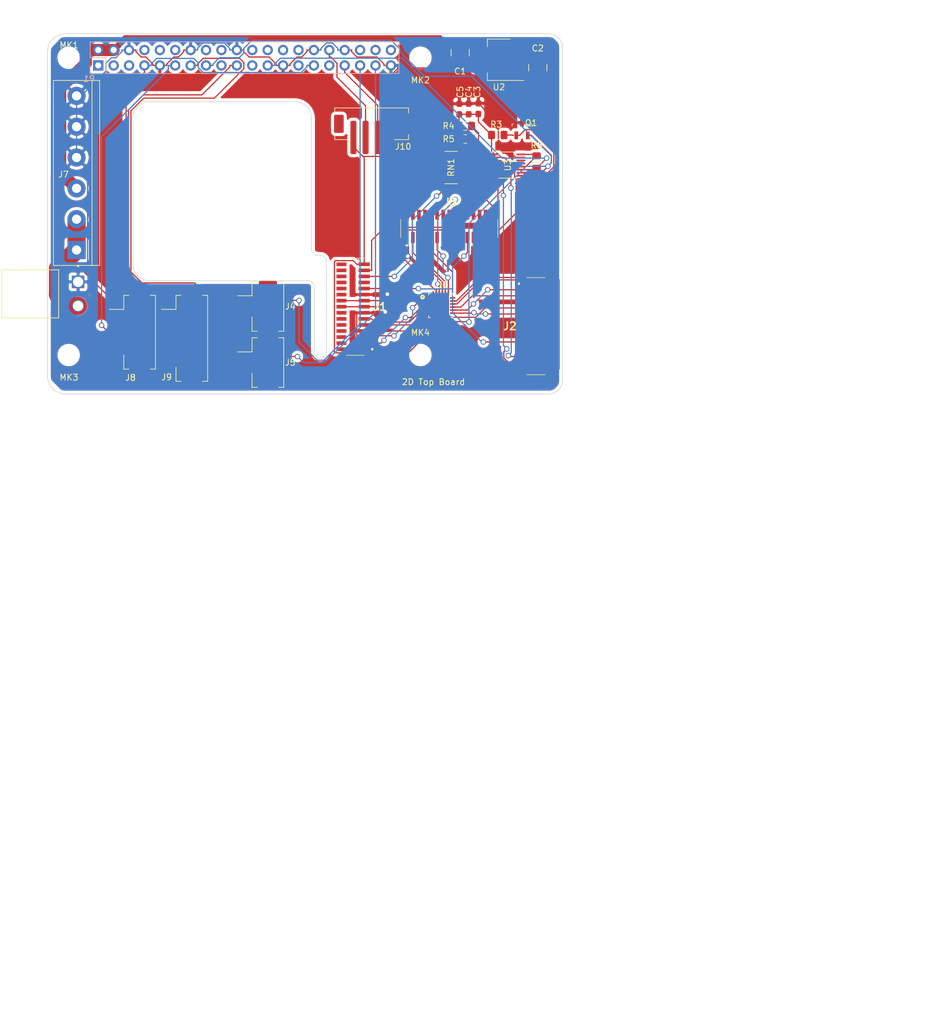
<source format=kicad_pcb>
(kicad_pcb (version 20171130) (host pcbnew "(5.1.0)-1")
  (title_block (title "Universal Interface Board") (date 2020-01-13) (rev -) (company "Beech Design Ltd"))
  (layers (0 F.Cu signal) (31 B.Cu signal) (34 B.Paste user hide) (35 F.Paste user) (36 B.SilkS user) (37 F.SilkS user) (38 B.Mask user) (39 F.Mask user) (44 Edge.Cuts user))
  (net 0 "")
  (net 1 +3V3)
  (net 2 GND)
  (net 3 REED)
  (net 4 SWITCH)
  (net 5 LASER1)
  (net 6 LASER2)
  (net 7 Uart5TX)
  (net 8 Uart5RX)
  (net 9 "Net-(P1-Pad1)")
  (net 10 "Net-(P1-Pad17)")
  (net 11 "Net-(P1-Pad27)")
  (net 12 "Net-(P1-Pad28)")
  (net 13 CAMERASDA)
  (net 14 CAMERASCL)
  (net 15 "Net-(J2-Pad12)")
  (net 16 CAMERAGPIO)
  (net 17 CAMERACP)
  (net 18 CAMERACN)
  (net 19 CAMERADP1)
  (net 20 CAMERADN1)
  (net 21 CAMERADP0)
  (net 22 CAMERADN0)
  (net 23 CAMERA0DN0)
  (net 24 CAMERA0DP0)
  (net 25 CAMERA0DN1)
  (net 26 CAMERA0DP1)
  (net 27 CAMERA0CN)
  (net 28 CAMERA0CP)
  (net 29 CAMERA0SCL)
  (net 30 CAMERA0SDA)
  (net 31 CAMERA1SDA)
  (net 32 CAMERA1SCL)
  (net 33 CAMERA1CP)
  (net 34 CAMERA1CN)
  (net 35 CAMERA1DP1)
  (net 36 CAMERA1DN1)
  (net 37 CAMERA1DP0)
  (net 38 CAMERA1DN0)
  (net 39 SEL)
  (net 40 SWITCHFAULT)
  (net 41 "Net-(P1-Pad40)")
  (net 42 +5V)
  (net 43 Uart3RX)
  (net 44 Uart3TX)
  (net 45 "Net-(J1-Pad12)")
  (net 46 "Net-(J3-Pad12)")
  (net 47 +12V)
  (net 48 UartRESET)
  (net 49 "Net-(P1-Pad3)")
  (net 50 "Net-(P1-Pad5)")
  (net 51 "Net-(P1-Pad8)")
  (net 52 "Net-(P1-Pad10)")
  (net 53 "Net-(P1-Pad12)")
  (net 54 "Net-(P1-Pad16)")
  (net 55 "Net-(P1-Pad18)")
  (net 56 "Net-(P1-Pad21)")
  (net 57 "Net-(P1-Pad22)")
  (net 58 "Net-(P1-Pad24)")
  (net 59 "Net-(P1-Pad26)")
  (net 60 "Net-(P1-Pad31)")
  (net 61 "Net-(P1-Pad36)")
  (net 62 "Net-(P1-Pad38)")
  (net 63 NOTSEL)
  (net 64 "Net-(U1-Pad24)")
  (net 65 "Net-(U1-Pad7)")
  (net 66 "Net-(U3-Pad13)")
  (net 67 "Net-(U3-Pad14)")
  (net 68 "Net-(J1-Pad30)")
  (net 69 "Net-(J1-Pad29)")
  (net 70 "Net-(J1-Pad28)")
  (net 71 "Net-(J1-Pad27)")
  (net 72 "Net-(J1-Pad26)")
  (net 73 "Net-(J1-Pad18)")
  (net 74 "Net-(J1-Pad17)")
  (net 75 "Net-(J1-Pad16)")
  (net 76 "Net-(J2-Pad16)")
  (net 77 "Net-(J2-Pad17)")
  (net 78 "Net-(J2-Pad18)")
  (net 79 "Net-(J2-Pad26)")
  (net 80 "Net-(J2-Pad27)")
  (net 81 "Net-(J2-Pad28)")
  (net 82 "Net-(J2-Pad29)")
  (net 83 "Net-(J2-Pad30)")
  (net 84 "Net-(J3-Pad30)")
  (net 85 "Net-(J3-Pad29)")
  (net 86 "Net-(J3-Pad28)")
  (net 87 "Net-(J3-Pad27)")
  (net 88 "Net-(J3-Pad26)")
  (net 89 "Net-(J3-Pad18)")
  (net 90 "Net-(J3-Pad17)")
  (net 91 "Net-(J3-Pad16)")
  (net 92 "Net-(J1-Pad25)")
  (net 93 "Net-(J1-Pad19)")
  (net 94 "Net-(J2-Pad19)")
  (net 95 "Net-(J2-Pad25)")
  (net 96 "Net-(J3-Pad25)")
  (net 97 "Net-(J3-Pad19)")
  (net 98 "Net-(J1-Pad22)")
  (net 99 "Net-(J1-Pad21)")
  (net 100 "Net-(J1-Pad20)")
  (net 101 "Net-(J2-Pad20)")
  (net 102 "Net-(J2-Pad21)")
  (net 103 "Net-(J2-Pad22)")
  (net 104 "Net-(J3-Pad22)")
  (net 105 "Net-(J3-Pad21)")
  (net 106 "Net-(J3-Pad20)")
  (module MountingHole:MountingHole_2.7mm_M2.5 (layer F.Cu) (at 111.45 69.56 180)
    (fp_text reference MK1 (at -0.0496 2.06 180) (layer F.SilkS))
    (fp_text value M2.5)
    (pad 1 np_thru_hole circle (at 0 0 180) (size 2.7 2.7) (drill 2.7) (layers *.Cu *.Mask))
  )
  (module Connector_PinSocket_2.54mm:PinSocket_2x20_P2.54mm_Vertical (layer B.Cu) (at 116.32 70.83 270)
    (fp_text reference P1 (at 2.208 1.512) (layer B.SilkS) (effects (justify mirror)))
    (fp_text value Conn_02x20_Odd_Even)
    (pad 1 thru_hole rect (at 0 0 270) (size 1.7 1.7) (drill 1) (layers *.Cu *.Mask) (net 9 "Net-(P1-Pad1)"))
    (pad 2 thru_hole oval (at -2.54 0 270) (size 1.7 1.7) (drill 1) (layers *.Cu *.Mask) (net 42 +5V))
    (pad 3 thru_hole oval (at 0 -2.54 270) (size 1.7 1.7) (drill 1) (layers *.Cu *.Mask) (net 49 "Net-(P1-Pad3)"))
    (pad 4 thru_hole oval (at -2.54 -2.54 270) (size 1.7 1.7) (drill 1) (layers *.Cu *.Mask) (net 42 +5V))
    (pad 5 thru_hole oval (at 0 -5.08 270) (size 1.7 1.7) (drill 1) (layers *.Cu *.Mask) (net 50 "Net-(P1-Pad5)"))
    (pad 6 thru_hole oval (at -2.54 -5.08 270) (size 1.7 1.7) (drill 1) (layers *.Cu *.Mask) (net 2 GND))
    (pad 7 thru_hole oval (at 0 -7.62 270) (size 1.7 1.7) (drill 1) (layers *.Cu *.Mask) (net 44 Uart3TX))
    (pad 8 thru_hole oval (at -2.54 -7.62 270) (size 1.7 1.7) (drill 1) (layers *.Cu *.Mask) (net 51 "Net-(P1-Pad8)"))
    (pad 9 thru_hole oval (at 0 -10.16 270) (size 1.7 1.7) (drill 1) (layers *.Cu *.Mask) (net 2 GND))
    (pad 10 thru_hole oval (at -2.54 -10.16 270) (size 1.7 1.7) (drill 1) (layers *.Cu *.Mask) (net 52 "Net-(P1-Pad10)"))
    (pad 11 thru_hole oval (at 0 -12.7 270) (size 1.7 1.7) (drill 1) (layers *.Cu *.Mask) (net 5 LASER1))
    (pad 12 thru_hole oval (at -2.54 -12.7 270) (size 1.7 1.7) (drill 1) (layers *.Cu *.Mask) (net 53 "Net-(P1-Pad12)"))
    (pad 13 thru_hole oval (at 0 -15.24 270) (size 1.7 1.7) (drill 1) (layers *.Cu *.Mask) (net 6 LASER2))
    (pad 14 thru_hole oval (at -2.54 -15.24 270) (size 1.7 1.7) (drill 1) (layers *.Cu *.Mask) (net 2 GND))
    (pad 15 thru_hole oval (at 0 -17.78 270) (size 1.7 1.7) (drill 1) (layers *.Cu *.Mask) (net 39 SEL))
    (pad 16 thru_hole oval (at -2.54 -17.78 270) (size 1.7 1.7) (drill 1) (layers *.Cu *.Mask) (net 54 "Net-(P1-Pad16)"))
    (pad 17 thru_hole oval (at 0 -20.32 270) (size 1.7 1.7) (drill 1) (layers *.Cu *.Mask) (net 10 "Net-(P1-Pad17)"))
    (pad 18 thru_hole oval (at -2.54 -20.32 270) (size 1.7 1.7) (drill 1) (layers *.Cu *.Mask) (net 55 "Net-(P1-Pad18)"))
    (pad 19 thru_hole oval (at 0 -22.86 270) (size 1.7 1.7) (drill 1) (layers *.Cu *.Mask) (net 48 UartRESET))
    (pad 20 thru_hole oval (at -2.54 -22.86 270) (size 1.7 1.7) (drill 1) (layers *.Cu *.Mask) (net 2 GND))
    (pad 21 thru_hole oval (at 0 -25.4 270) (size 1.7 1.7) (drill 1) (layers *.Cu *.Mask) (net 56 "Net-(P1-Pad21)"))
    (pad 22 thru_hole oval (at -2.54 -25.4 270) (size 1.7 1.7) (drill 1) (layers *.Cu *.Mask) (net 57 "Net-(P1-Pad22)"))
    (pad 23 thru_hole oval (at 0 -27.94 270) (size 1.7 1.7) (drill 1) (layers *.Cu *.Mask) (net 40 SWITCHFAULT))
    (pad 24 thru_hole oval (at -2.54 -27.94 270) (size 1.7 1.7) (drill 1) (layers *.Cu *.Mask) (net 58 "Net-(P1-Pad24)"))
    (pad 25 thru_hole oval (at 0 -30.48 270) (size 1.7 1.7) (drill 1) (layers *.Cu *.Mask) (net 2 GND))
    (pad 26 thru_hole oval (at -2.54 -30.48 270) (size 1.7 1.7) (drill 1) (layers *.Cu *.Mask) (net 59 "Net-(P1-Pad26)"))
    (pad 27 thru_hole oval (at 0 -33.02 270) (size 1.7 1.7) (drill 1) (layers *.Cu *.Mask) (net 11 "Net-(P1-Pad27)"))
    (pad 28 thru_hole oval (at -2.54 -33.02 270) (size 1.7 1.7) (drill 1) (layers *.Cu *.Mask) (net 12 "Net-(P1-Pad28)"))
    (pad 29 thru_hole oval (at 0 -35.56 270) (size 1.7 1.7) (drill 1) (layers *.Cu *.Mask) (net 44 Uart3TX))
    (pad 30 thru_hole oval (at -2.54 -35.56 270) (size 1.7 1.7) (drill 1) (layers *.Cu *.Mask) (net 2 GND))
    (pad 31 thru_hole oval (at 0 -38.1 270) (size 1.7 1.7) (drill 1) (layers *.Cu *.Mask) (net 60 "Net-(P1-Pad31)"))
    (pad 32 thru_hole oval (at -2.54 -38.1 270) (size 1.7 1.7) (drill 1) (layers *.Cu *.Mask) (net 7 Uart5TX))
    (pad 33 thru_hole oval (at 0 -40.64 270) (size 1.7 1.7) (drill 1) (layers *.Cu *.Mask) (net 8 Uart5RX))
    (pad 34 thru_hole oval (at -2.54 -40.64 270) (size 1.7 1.7) (drill 1) (layers *.Cu *.Mask) (net 2 GND))
    (pad 35 thru_hole oval (at 0 -43.18 270) (size 1.7 1.7) (drill 1) (layers *.Cu *.Mask) (net 3 REED))
    (pad 36 thru_hole oval (at -2.54 -43.18 270) (size 1.7 1.7) (drill 1) (layers *.Cu *.Mask) (net 61 "Net-(P1-Pad36)"))
    (pad 37 thru_hole oval (at 0 -45.72 270) (size 1.7 1.7) (drill 1) (layers *.Cu *.Mask) (net 4 SWITCH))
    (pad 38 thru_hole oval (at -2.54 -45.72 270) (size 1.7 1.7) (drill 1) (layers *.Cu *.Mask) (net 62 "Net-(P1-Pad38)"))
    (pad 39 thru_hole oval (at 0 -48.26 270) (size 1.7 1.7) (drill 1) (layers *.Cu *.Mask) (net 2 GND))
    (pad 40 thru_hole oval (at -2.54 -48.26 270) (size 1.7 1.7) (drill 1) (layers *.Cu *.Mask) (net 41 "Net-(P1-Pad40)"))
  )
  (module MountingHole:MountingHole_2.7mm_M2.5 (layer F.Cu) (at 169.45 118.56)
    (fp_text reference MK4 (at 0 -3.7) (layer F.SilkS))
    (fp_text value M2.5)
    (pad 1 np_thru_hole circle (at 0 0) (size 2.7 2.7) (drill 2.7) (layers *.Cu *.Mask))
  )
  (module MountingHole:MountingHole_2.7mm_M2.5 (layer F.Cu) (at 111.45 118.56)
    (fp_text reference MK3 (at 0.0496 3.69) (layer F.SilkS))
    (fp_text value M2.5)
    (pad 1 np_thru_hole circle (at 0 0) (size 2.7 2.7) (drill 2.7) (layers *.Cu *.Mask))
  )
  (module MountingHole:MountingHole_2.7mm_M2.5 (layer F.Cu) (at 169.45 69.56 180)
    (fp_text reference MK2 (at 0 -3.7 180) (layer F.SilkS))
    (fp_text value M2.5)
    (pad 1 np_thru_hole circle (at 0 0 180) (size 2.7 2.7) (drill 2.7) (layers *.Cu *.Mask))
  )
  (module Capacitor_SMD:C_0603_1608Metric_Pad1.05x0.95mm_HandSolder (layer F.Cu) (at 179 77.95 90)
    (fp_text reference C3 (at 2.75 -0.2 90) (layer F.SilkS))
    (fp_text value 10nF)
    (pad 1 smd roundrect (at -0.875 0 90) (size 1.05 0.95) (layers F.Cu F.Paste F.Mask) (net 1 +3V3))
    (pad 2 smd roundrect (at 0.875 0 90) (size 1.05 0.95) (layers F.Cu F.Paste F.Mask) (net 2 GND))
  )
  (module Capacitor_SMD:C_0603_1608Metric_Pad1.05x0.95mm_HandSolder (layer F.Cu) (at 177.4 78 90)
    (fp_text reference C4 (at 2.825 0.035 90) (layer F.SilkS))
    (fp_text value 10nF)
    (pad 2 smd roundrect (at 0.875 0 90) (size 1.05 0.95) (layers F.Cu F.Paste F.Mask) (net 2 GND))
    (pad 1 smd roundrect (at -0.875 0 90) (size 1.05 0.95) (layers F.Cu F.Paste F.Mask) (net 1 +3V3))
  )
  (module Capacitor_SMD:C_0603_1608Metric_Pad1.05x0.95mm_HandSolder (layer F.Cu) (at 175.855 78.025 90)
    (fp_text reference C5 (at 2.825 0.145 90) (layer F.SilkS))
    (fp_text value 10nF)
    (pad 1 smd roundrect (at -0.875 0 90) (size 1.05 0.95) (layers F.Cu F.Paste F.Mask) (net 1 +3V3))
    (pad 2 smd roundrect (at 0.875 0 90) (size 1.05 0.95) (layers F.Cu F.Paste F.Mask) (net 2 GND))
  )
  (module Connector_JST:JST_PH_B2B-PH-SM4-TB_1x02-1MP_P2.00mm_Vertical (layer F.Cu) (at 142.55 110.55 270)
    (fp_text reference J4 (at 0 -5.45) (layer F.SilkS))
    (fp_text value Conn_01x02)
    (pad 1 smd roundrect (at -1 0.5 270) (size 1 5.5) (layers F.Cu F.Paste F.Mask) (net 3 REED))
    (pad 2 smd roundrect (at 1 0.5 270) (size 1 5.5) (layers F.Cu F.Paste F.Mask) (net 2 GND))
    (pad MP smd roundrect (at -3.4 -1.75 270) (size 1.6 3) (layers F.Cu F.Paste F.Mask) (roundrect_rratio 0.15625))
    (pad MP smd roundrect (at 3.4 -1.75 270) (size 1.6 3) (layers F.Cu F.Paste F.Mask) (roundrect_rratio 0.15625))
  )
  (module Connector_JST:JST_PH_B2B-PH-SM4-TB_1x02-1MP_P2.00mm_Vertical (layer F.Cu) (at 142.55 119.8 270)
    (fp_text reference J5 (at 0 -5.45) (layer F.SilkS))
    (fp_text value Conn_01x02)
    (pad MP smd roundrect (at 3.4 -1.75 270) (size 1.6 3) (layers F.Cu F.Paste F.Mask) (roundrect_rratio 0.15625))
    (pad MP smd roundrect (at -3.4 -1.75 270) (size 1.6 3) (layers F.Cu F.Paste F.Mask) (roundrect_rratio 0.15625))
    (pad 2 smd roundrect (at 1 0.5 270) (size 1 5.5) (layers F.Cu F.Paste F.Mask) (net 2 GND))
    (pad 1 smd roundrect (at -1 0.5 270) (size 1 5.5) (layers F.Cu F.Paste F.Mask) (net 4 SWITCH))
  )
  (module TE_647676-2 (layer F.Cu) (at 113 106.5 270)
    (fp_text reference J6 (at 2.3 -1.6) (layer F.SilkS) (effects (font (thickness 0.015))))
    (fp_text value 647676-2)
    (pad 2 thru_hole circle (at 3.96 0 270) (size 2.05 2.05) (drill 1.7) (layers *.Cu *.Mask) (net 47 +12V))
    (pad 1 thru_hole rect (at 0 0 270) (size 2.05 2.05) (drill 1.7) (layers *.Cu *.Mask) (net 2 GND))
  )
  (module TerminalBlock:TerminalBlock_bornier-6_P5.08mm (layer F.Cu) (at 112.75 101.25 90)
    (fp_text reference J7 (at 12.45 -2.15) (layer F.SilkS))
    (fp_text value Conn_01x06)
    (pad 2 thru_hole circle (at 5.08 0 90) (size 3 3) (drill 1.52) (layers *.Cu *.Mask) (net 47 +12V))
    (pad 3 thru_hole circle (at 10.16 0 90) (size 3 3) (drill 1.52) (layers *.Cu *.Mask) (net 42 +5V))
    (pad 1 thru_hole rect (at 0 0 90) (size 3 3) (drill 1.52) (layers *.Cu *.Mask) (net 47 +12V))
    (pad 4 thru_hole circle (at 15.24 0 90) (size 3 3) (drill 1.52) (layers *.Cu *.Mask) (net 2 GND))
    (pad 5 thru_hole circle (at 20.32 0 90) (size 3 3) (drill 1.52) (layers *.Cu *.Mask) (net 2 GND))
    (pad 6 thru_hole circle (at 25.4 0 90) (size 3 3) (drill 1.52) (layers *.Cu *.Mask) (net 2 GND))
  )
  (module Connector_JST:JST_PH_B4B-PH-SM4-TB_1x04-1MP_P2.00mm_Vertical (layer F.Cu) (at 121.4 114.8 270)
    (fp_text reference J8 (at 7.5 -0.25) (layer F.SilkS))
    (fp_text value Conn_01x04)
    (pad 1 smd roundrect (at -3 0.5 270) (size 1 5.5) (layers F.Cu F.Paste F.Mask) (net 47 +12V))
    (pad 2 smd roundrect (at -1 0.5 270) (size 1 5.5) (layers F.Cu F.Paste F.Mask) (net 2 GND))
    (pad 3 smd roundrect (at 1 0.5 270) (size 1 5.5) (layers F.Cu F.Paste F.Mask) (net 5 LASER1))
    (pad 4 smd roundrect (at 3 0.5 270) (size 1 5.5) (layers F.Cu F.Paste F.Mask) (net 6 LASER2))
    (pad MP smd roundrect (at -5.4 -1.75 270) (size 1.6 3) (layers F.Cu F.Paste F.Mask) (roundrect_rratio 0.15625))
    (pad MP smd roundrect (at 5.4 -1.75 270) (size 1.6 3) (layers F.Cu F.Paste F.Mask) (roundrect_rratio 0.15625))
  )
  (module Connector_JST:JST_PH_B5B-PH-SM4-TB_1x05-1MP_P2.00mm_Vertical (layer F.Cu) (at 130 115.8 270)
    (fp_text reference J9 (at 6.4 2.4) (layer F.SilkS))
    (fp_text value Conn_01x05)
    (pad 1 smd roundrect (at -4 0.5 270) (size 1 5.5) (layers F.Cu F.Paste F.Mask) (net 47 +12V))
    (pad 2 smd roundrect (at -2 0.5 270) (size 1 5.5) (layers F.Cu F.Paste F.Mask) (net 2 GND))
    (pad 3 smd roundrect (at 0 0.5 270) (size 1 5.5) (layers F.Cu F.Paste F.Mask) (net 44 Uart3TX))
    (pad 4 smd roundrect (at 2 0.5 270) (size 1 5.5) (layers F.Cu F.Paste F.Mask) (net 43 Uart3RX))
    (pad 5 smd roundrect (at 4 0.5 270) (size 1 5.5) (layers F.Cu F.Paste F.Mask) (net 48 UartRESET))
    (pad MP smd roundrect (at -6.4 -1.75 270) (size 1.6 3) (layers F.Cu F.Paste F.Mask) (roundrect_rratio 0.15625))
    (pad MP smd roundrect (at 6.4 -1.75 270) (size 1.6 3) (layers F.Cu F.Paste F.Mask) (roundrect_rratio 0.15625))
  )
  (module Connector_JST:JST_PH_B4B-PH-SM4-TB_1x04-1MP_P2.00mm_Vertical (layer F.Cu) (at 161.4 82.2)
    (fp_text reference J10 (at 5.2 2 180) (layer F.SilkS))
    (fp_text value Conn_01x04)
    (pad MP smd roundrect (at 5.4 -1.75) (size 1.6 3) (layers F.Cu F.Paste F.Mask) (roundrect_rratio 0.15625))
    (pad MP smd roundrect (at -5.4 -1.75) (size 1.6 3) (layers F.Cu F.Paste F.Mask) (roundrect_rratio 0.15625))
    (pad 4 smd roundrect (at 3 0.5) (size 1 5.5) (layers F.Cu F.Paste F.Mask) (net 2 GND))
    (pad 3 smd roundrect (at 1 0.5) (size 1 5.5) (layers F.Cu F.Paste F.Mask) (net 8 Uart5RX))
    (pad 2 smd roundrect (at -1 0.5) (size 1 5.5) (layers F.Cu F.Paste F.Mask) (net 7 Uart5TX))
    (pad 1 smd roundrect (at -3 0.5) (size 1 5.5) (layers F.Cu F.Paste F.Mask) (net 1 +3V3))
  )
  (module digikey-footprints:SOT-23-3 (layer F.Cu) (at 186.2 81.3 90)
    (fp_text reference Q1 (at 1 1.5 180) (layer F.SilkS))
    (fp_text value BS170)
    (pad 3 smd rect (at 1.05 0 90) (size 1.3 0.6) (layers F.Cu F.Paste F.Mask) (net 2 GND))
    (pad 2 smd rect (at -1.05 0.95 90) (size 1.3 0.6) (layers F.Cu F.Paste F.Mask) (net 39 SEL))
    (pad 1 smd rect (at -1.05 -0.95 90) (size 1.3 0.6) (layers F.Cu F.Paste F.Mask) (net 63 NOTSEL))
  )
  (module Resistor_SMD:R_0805_2012Metric_Pad1.15x1.40mm_HandSolder (layer F.Cu) (at 182.2 82.3)
    (fp_text reference R3 (at -0.25 -1.75 -180) (layer F.SilkS))
    (fp_text value 10K)
    (pad 2 smd roundrect (at 1.025 0) (size 1.15 1.4) (layers F.Cu F.Paste F.Mask) (roundrect_rratio 0.217391) (net 63 NOTSEL))
    (pad 1 smd roundrect (at -1.025 0) (size 1.15 1.4) (layers F.Cu F.Paste F.Mask) (roundrect_rratio 0.217391) (net 1 +3V3))
  )
  (module Resistor_SMD:R_0805_2012Metric_Pad1.15x1.40mm_HandSolder (layer F.Cu) (at 176.85 80.8)
    (fp_text reference R4 (at -2.75 0 -180) (layer F.SilkS))
    (fp_text value 10K)
    (pad 2 smd roundrect (at 1.025 0) (size 1.15 1.4) (layers F.Cu F.Paste F.Mask) (roundrect_rratio 0.217391) (net 29 CAMERA0SCL))
    (pad 1 smd roundrect (at -1.025 0) (size 1.15 1.4) (layers F.Cu F.Paste F.Mask) (roundrect_rratio 0.217391) (net 1 +3V3))
  )
  (module Resistor_SMD:R_0805_2012Metric_Pad1.15x1.40mm_HandSolder (layer F.Cu) (at 176.85 82.95 180)
    (fp_text reference R5 (at 2.75 0) (layer F.SilkS))
    (fp_text value 10K)
    (pad 1 smd roundrect (at -1.025 0 180) (size 1.15 1.4) (layers F.Cu F.Paste F.Mask) (roundrect_rratio 0.217391) (net 30 CAMERA0SDA))
    (pad 2 smd roundrect (at 1.025 0 180) (size 1.15 1.4) (layers F.Cu F.Paste F.Mask) (roundrect_rratio 0.217391) (net 1 +3V3))
  )
  (module Resistor_SMD:R_0805_2012Metric_Pad1.15x1.40mm_HandSolder (layer F.Cu) (at 188.6 86.75 270)
    (fp_text reference R6 (at -2.75 0) (layer F.SilkS))
    (fp_text value 10K)
    (pad 1 smd roundrect (at -1.025 0 270) (size 1.15 1.4) (layers F.Cu F.Paste F.Mask) (roundrect_rratio 0.217391) (net 1 +3V3))
    (pad 2 smd roundrect (at 1.025 0 270) (size 1.15 1.4) (layers F.Cu F.Paste F.Mask) (roundrect_rratio 0.217391) (net 40 SWITCHFAULT))
  )
  (module Resistor_SMD:R_Array_Convex_4x1206 (layer F.Cu) (at 174.5 87.66 180)
    (fp_text reference RN1 (at 0 0 -90) (layer F.SilkS))
    (fp_text value 10K)
    (pad 1 smd rect (at -1.5 -2 180) (size 0.9 0.9) (layers F.Cu F.Paste F.Mask) (net 31 CAMERA1SDA))
    (pad 4 smd rect (at -1.5 2 180) (size 0.9 0.9) (layers F.Cu F.Paste F.Mask) (net 13 CAMERASDA))
    (pad 2 smd rect (at -1.5 -0.66 180) (size 0.9 0.9) (layers F.Cu F.Paste F.Mask) (net 32 CAMERA1SCL))
    (pad 3 smd rect (at -1.5 0.66 180) (size 0.9 0.9) (layers F.Cu F.Paste F.Mask) (net 14 CAMERASCL))
    (pad 7 smd rect (at 1.5 -0.66 180) (size 0.9 0.9) (layers F.Cu F.Paste F.Mask) (net 1 +3V3))
    (pad 8 smd rect (at 1.5 -2 180) (size 0.9 0.9) (layers F.Cu F.Paste F.Mask) (net 1 +3V3))
    (pad 5 smd rect (at 1.5 2 180) (size 0.9 0.9) (layers F.Cu F.Paste F.Mask) (net 1 +3V3))
    (pad 6 smd rect (at 1.5 0.66 180) (size 0.9 0.9) (layers F.Cu F.Paste F.Mask) (net 1 +3V3))
  )
  (module digikey-footprints:QFN50P400X400X60-25N (layer F.Cu) (at 172.8 110.4)
    (fp_text reference U1 (at 0.2 -3.4) (layer F.SilkS))
    (fp_text value FSA642)
    (pad 25 smd rect (at 0 0) (size 2.75 2.75) (layers F.Cu F.Mask))
    (pad 24 smd rect (at -1.25 -1.94) (size 0.26 0.83) (layers F.Cu F.Paste F.Mask) (net 64 "Net-(U1-Pad24)"))
    (pad 23 smd rect (at -0.75 -1.94) (size 0.26 0.83) (layers F.Cu F.Paste F.Mask) (net 34 CAMERA1CN))
    (pad 22 smd rect (at -0.25 -1.94) (size 0.26 0.83) (layers F.Cu F.Paste F.Mask) (net 33 CAMERA1CP))
    (pad 21 smd rect (at 0.25 -1.94) (size 0.26 0.83) (layers F.Cu F.Paste F.Mask) (net 38 CAMERA1DN0))
    (pad 20 smd rect (at 0.75 -1.94) (size 0.26 0.83) (layers F.Cu F.Paste F.Mask) (net 37 CAMERA1DP0))
    (pad 19 smd rect (at 1.25 -1.94) (size 0.26 0.83) (layers F.Cu F.Paste F.Mask) (net 35 CAMERA1DP1))
    (pad 18 smd rect (at 1.94 -1.25) (size 0.83 0.26) (layers F.Cu F.Paste F.Mask) (net 36 CAMERA1DN1))
    (pad 17 smd rect (at 1.94 -0.75) (size 0.83 0.26) (layers F.Cu F.Paste F.Mask) (net 28 CAMERA0CP))
    (pad 16 smd rect (at 1.94 -0.25) (size 0.83 0.26) (layers F.Cu F.Paste F.Mask) (net 27 CAMERA0CN))
    (pad 15 smd rect (at 1.94 0.25) (size 0.83 0.26) (layers F.Cu F.Paste F.Mask) (net 24 CAMERA0DP0))
    (pad 14 smd rect (at 1.94 0.75) (size 0.83 0.26) (layers F.Cu F.Paste F.Mask) (net 23 CAMERA0DN0))
    (pad 13 smd rect (at 1.94 1.25) (size 0.83 0.26) (layers F.Cu F.Paste F.Mask) (net 26 CAMERA0DP1))
    (pad 12 smd rect (at 1.25 1.94) (size 0.26 0.83) (layers F.Cu F.Paste F.Mask) (net 25 CAMERA0DN1))
    (pad 11 smd rect (at 0.75 1.94) (size 0.26 0.83) (layers F.Cu F.Paste F.Mask) (net 39 SEL))
    (pad 10 smd rect (at 0.25 1.94) (size 0.26 0.83) (layers F.Cu F.Paste F.Mask) (net 1 +3V3))
    (pad 9 smd rect (at -0.25 1.94) (size 0.26 0.83) (layers F.Cu F.Paste F.Mask) (net 2 GND))
    (pad 8 smd rect (at -0.75 1.94) (size 0.26 0.83) (layers F.Cu F.Paste F.Mask) (net 2 GND))
    (pad 7 smd rect (at -1.25 1.94) (size 0.26 0.83) (layers F.Cu F.Paste F.Mask) (net 65 "Net-(U1-Pad7)"))
    (pad 6 smd rect (at -1.94 1.25) (size 0.83 0.26) (layers F.Cu F.Paste F.Mask) (net 20 CAMERADN1))
    (pad 5 smd rect (at -1.94 0.75) (size 0.83 0.26) (layers F.Cu F.Paste F.Mask) (net 19 CAMERADP1))
    (pad 4 smd rect (at -1.94 0.25) (size 0.83 0.26) (layers F.Cu F.Paste F.Mask) (net 22 CAMERADN0))
    (pad 3 smd rect (at -1.94 -0.25) (size 0.83 0.26) (layers F.Cu F.Paste F.Mask) (net 21 CAMERADP0))
    (pad 2 smd rect (at -1.94 -0.75) (size 0.83 0.26) (layers F.Cu F.Paste F.Mask) (net 18 CAMERACN))
    (pad 1 smd rect (at -1.94 -1.25) (size 0.83 0.26) (layers F.Cu F.Paste F.Mask) (net 17 CAMERACP))
  )
  (module Package_TO_SOT_SMD:SOT-223-3_TabPin2 (layer F.Cu) (at 182.4 69.9 180)
    (fp_text reference U2 (at 0 -4.5 180) (layer F.SilkS))
    (fp_text value NCP1117-3.3_SOT223)
    (pad 2 smd rect (at 3.15 0 180) (size 2 3.8) (layers F.Cu F.Paste F.Mask) (net 1 +3V3))
    (pad 2 smd rect (at -3.15 0 180) (size 2 1.5) (layers F.Cu F.Paste F.Mask) (net 1 +3V3))
    (pad 3 smd rect (at -3.15 2.3 180) (size 2 1.5) (layers F.Cu F.Paste F.Mask) (net 42 +5V))
    (pad 1 smd rect (at -3.15 -2.3 180) (size 2 1.5) (layers F.Cu F.Paste F.Mask) (net 2 GND))
  )
  (module Package_SO:MSOP-16_3x4mm_P0.5mm (layer F.Cu) (at 183.85 87.25)
    (fp_text reference U3 (at 0 0 -270) (layer F.SilkS))
    (fp_text value LTC4312IMSPBF)
    (pad 1 smd roundrect (at -2.15 -1.75) (size 1.45 0.3) (layers F.Cu F.Paste F.Mask) (net 1 +3V3))
    (pad 2 smd roundrect (at -2.15 -1.25) (size 1.45 0.3) (layers F.Cu F.Paste F.Mask) (net 1 +3V3))
    (pad 3 smd roundrect (at -2.15 -0.75) (size 1.45 0.3) (layers F.Cu F.Paste F.Mask) (net 29 CAMERA0SCL))
    (pad 4 smd roundrect (at -2.15 -0.25) (size 1.45 0.3) (layers F.Cu F.Paste F.Mask) (net 30 CAMERA0SDA))
    (pad 5 smd roundrect (at -2.15 0.25) (size 1.45 0.3) (layers F.Cu F.Paste F.Mask) (net 13 CAMERASDA))
    (pad 6 smd roundrect (at -2.15 0.75) (size 1.45 0.3) (layers F.Cu F.Paste F.Mask) (net 14 CAMERASCL))
    (pad 7 smd roundrect (at -2.15 1.25) (size 1.45 0.3) (layers F.Cu F.Paste F.Mask) (net 32 CAMERA1SCL))
    (pad 8 smd roundrect (at -2.15 1.75) (size 1.45 0.3) (layers F.Cu F.Paste F.Mask) (net 31 CAMERA1SDA))
    (pad 9 smd roundrect (at 2.15 1.75) (size 1.45 0.3) (layers F.Cu F.Paste F.Mask) (net 63 NOTSEL))
    (pad 10 smd roundrect (at 2.15 1.25) (size 1.45 0.3) (layers F.Cu F.Paste F.Mask) (net 39 SEL))
    (pad 11 smd roundrect (at 2.15 0.75) (size 1.45 0.3) (layers F.Cu F.Paste F.Mask) (net 40 SWITCHFAULT))
    (pad 12 smd roundrect (at 2.15 0.25) (size 1.45 0.3) (layers F.Cu F.Paste F.Mask) (net 1 +3V3))
    (pad 13 smd roundrect (at 2.15 -0.25) (size 1.45 0.3) (layers F.Cu F.Paste F.Mask) (net 66 "Net-(U3-Pad13)"))
    (pad 14 smd roundrect (at 2.15 -0.75) (size 1.45 0.3) (layers F.Cu F.Paste F.Mask) (net 67 "Net-(U3-Pad14)"))
    (pad 15 smd roundrect (at 2.15 -1.25) (size 1.45 0.3) (layers F.Cu F.Paste F.Mask) (net 2 GND))
    (pad 16 smd roundrect (at 2.15 -1.75) (size 1.45 0.3) (layers F.Cu F.Paste F.Mask) (net 1 +3V3))
  )
  (module digikey-footprints:T491-3.5x2.8 (layer F.Cu) (at 176 68.74 270)
    (fp_text reference C1 (at 3.06 0) (layer F.SilkS))
    (fp_text value 10uf)
    (pad 1 smd rect (at -1.54 0 270) (size 1.34 3.02) (layers F.Cu F.Paste F.Mask) (net 42 +5V))
    (pad 2 smd rect (at 1.54 0 270) (size 1.34 3.02) (layers F.Cu F.Paste F.Mask) (net 2 GND))
  )
  (module digikey-footprints:T491-3.5x2.8 (layer F.Cu) (at 188.8 71.2 270)
    (fp_text reference C2 (at -3.2 0) (layer F.SilkS))
    (fp_text value 100uf)
    (pad 2 smd rect (at 1.54 0 270) (size 1.34 3.02) (layers F.Cu F.Paste F.Mask) (net 2 GND))
    (pad 1 smd rect (at -1.54 0 270) (size 1.34 3.02) (layers F.Cu F.Paste F.Mask) (net 1 +3V3))
  )
  (module digikey-footprints:117342485 (layer F.Cu) (at 160.2 110.6 270)
    (fp_text reference J1 (at 0 -2.6) (layer F.SilkS) (effects (font (size 1.27 1.27) (thickness 0.254))))
    (fp_text value Conn_02x15_Top_Bottom hide)
    (pad 30 smd rect (at -7 3.775 270) (size 0.6 1.65) (layers F.Cu F.Paste F.Mask) (net 68 "Net-(J1-Pad30)"))
    (pad 29 smd rect (at -6 3.775 270) (size 0.6 1.65) (layers F.Cu F.Paste F.Mask) (net 69 "Net-(J1-Pad29)"))
    (pad 28 smd rect (at -5 3.775 270) (size 0.6 1.65) (layers F.Cu F.Paste F.Mask) (net 70 "Net-(J1-Pad28)"))
    (pad 27 smd rect (at -4 3.775 270) (size 0.6 1.65) (layers F.Cu F.Paste F.Mask) (net 71 "Net-(J1-Pad27)"))
    (pad 26 smd rect (at -3 3.775 270) (size 0.6 1.65) (layers F.Cu F.Paste F.Mask) (net 72 "Net-(J1-Pad26)"))
    (pad 25 smd rect (at -2 3.775 270) (size 0.6 1.65) (layers F.Cu F.Paste F.Mask) (net 92 "Net-(J1-Pad25)"))
    (pad 24 smd rect (at -1 3.775 270) (size 0.6 1.65) (layers F.Cu F.Paste F.Mask) (net 17 CAMERACP))
    (pad 23 smd rect (at 0 3.775 270) (size 0.6 1.65) (layers F.Cu F.Paste F.Mask) (net 18 CAMERACN))
    (pad 22 smd rect (at 1 3.775 270) (size 0.6 1.65) (layers F.Cu F.Paste F.Mask) (net 98 "Net-(J1-Pad22)"))
    (pad 21 smd rect (at 2 3.775 270) (size 0.6 1.65) (layers F.Cu F.Paste F.Mask) (net 99 "Net-(J1-Pad21)"))
    (pad 20 smd rect (at 3 3.775 270) (size 0.6 1.65) (layers F.Cu F.Paste F.Mask) (net 100 "Net-(J1-Pad20)"))
    (pad 19 smd rect (at 4 3.775 270) (size 0.6 1.65) (layers F.Cu F.Paste F.Mask) (net 93 "Net-(J1-Pad19)"))
    (pad 18 smd rect (at 5 3.775 270) (size 0.6 1.65) (layers F.Cu F.Paste F.Mask) (net 73 "Net-(J1-Pad18)"))
    (pad 17 smd rect (at 6 3.775 270) (size 0.6 1.65) (layers F.Cu F.Paste F.Mask) (net 74 "Net-(J1-Pad17)"))
    (pad 16 smd rect (at 7 3.775 270) (size 0.6 1.65) (layers F.Cu F.Paste F.Mask) (net 75 "Net-(J1-Pad16)"))
    (pad 15 smd rect (at -7 0.025 270) (size 0.6 1.85) (layers F.Cu F.Paste F.Mask) (net 1 +3V3))
    (pad 14 smd rect (at -6 0.025 270) (size 0.6 1.85) (layers F.Cu F.Paste F.Mask) (net 13 CAMERASDA))
    (pad 13 smd rect (at -5 0.025 270) (size 0.6 1.85) (layers F.Cu F.Paste F.Mask) (net 14 CAMERASCL))
    (pad 12 smd rect (at -4 0.025 270) (size 0.6 1.85) (layers F.Cu F.Paste F.Mask) (net 45 "Net-(J1-Pad12)"))
    (pad 11 smd rect (at -3 0.025 270) (size 0.6 1.85) (layers F.Cu F.Paste F.Mask) (net 16 CAMERAGPIO))
    (pad 10 smd rect (at -2 0.025 270) (size 0.6 1.85) (layers F.Cu F.Paste F.Mask) (net 2 GND))
    (pad 9 smd rect (at -1 0.025 270) (size 0.6 1.85) (layers F.Cu F.Paste F.Mask) (net 17 CAMERACP))
    (pad 8 smd rect (at 0 0.025 270) (size 0.6 1.85) (layers F.Cu F.Paste F.Mask) (net 18 CAMERACN))
    (pad 7 smd rect (at 1 0.025 270) (size 0.6 1.85) (layers F.Cu F.Paste F.Mask) (net 2 GND))
    (pad 6 smd rect (at 2 0.025 270) (size 0.6 1.85) (layers F.Cu F.Paste F.Mask) (net 19 CAMERADP1))
    (pad 5 smd rect (at 3 0.025 270) (size 0.6 1.85) (layers F.Cu F.Paste F.Mask) (net 20 CAMERADN1))
    (pad 4 smd rect (at 4 0.025 270) (size 0.6 1.85) (layers F.Cu F.Paste F.Mask) (net 2 GND))
    (pad 3 smd rect (at 5 0.025 270) (size 0.6 1.85) (layers F.Cu F.Paste F.Mask) (net 21 CAMERADP0))
    (pad 2 smd rect (at 6 0.025 270) (size 0.6 1.85) (layers F.Cu F.Paste F.Mask) (net 22 CAMERADN0))
    (pad 1 smd rect (at 7 0.025 270) (size 0.6 1.85) (layers F.Cu F.Paste F.Mask) (net 2 GND))
  )
  (module digikey-footprints:117342485 (layer F.Cu) (at 187 113.8 90)
    (fp_text reference J2 (at 0 -2.8 180) (layer F.SilkS) (effects (font (size 1.27 1.27) (thickness 0.254))))
    (fp_text value Conn_02x15_Top_Bottom hide)
    (pad 1 smd rect (at 7 0.025 90) (size 0.6 1.85) (layers F.Cu F.Paste F.Mask) (net 2 GND))
    (pad 2 smd rect (at 6 0.025 90) (size 0.6 1.85) (layers F.Cu F.Paste F.Mask) (net 23 CAMERA0DN0))
    (pad 3 smd rect (at 5 0.025 90) (size 0.6 1.85) (layers F.Cu F.Paste F.Mask) (net 24 CAMERA0DP0))
    (pad 4 smd rect (at 4 0.025 90) (size 0.6 1.85) (layers F.Cu F.Paste F.Mask) (net 2 GND))
    (pad 5 smd rect (at 3 0.025 90) (size 0.6 1.85) (layers F.Cu F.Paste F.Mask) (net 25 CAMERA0DN1))
    (pad 6 smd rect (at 2 0.025 90) (size 0.6 1.85) (layers F.Cu F.Paste F.Mask) (net 26 CAMERA0DP1))
    (pad 7 smd rect (at 1 0.025 90) (size 0.6 1.85) (layers F.Cu F.Paste F.Mask) (net 2 GND))
    (pad 8 smd rect (at 0 0.025 90) (size 0.6 1.85) (layers F.Cu F.Paste F.Mask) (net 27 CAMERA0CN))
    (pad 9 smd rect (at -1 0.025 90) (size 0.6 1.85) (layers F.Cu F.Paste F.Mask) (net 28 CAMERA0CP))
    (pad 10 smd rect (at -2 0.025 90) (size 0.6 1.85) (layers F.Cu F.Paste F.Mask) (net 2 GND))
    (pad 11 smd rect (at -3 0.025 90) (size 0.6 1.85) (layers F.Cu F.Paste F.Mask) (net 16 CAMERAGPIO))
    (pad 12 smd rect (at -4 0.025 90) (size 0.6 1.85) (layers F.Cu F.Paste F.Mask) (net 15 "Net-(J2-Pad12)"))
    (pad 13 smd rect (at -5 0.025 90) (size 0.6 1.85) (layers F.Cu F.Paste F.Mask) (net 29 CAMERA0SCL))
    (pad 14 smd rect (at -6 0.025 90) (size 0.6 1.85) (layers F.Cu F.Paste F.Mask) (net 30 CAMERA0SDA))
    (pad 15 smd rect (at -7 0.025 90) (size 0.6 1.85) (layers F.Cu F.Paste F.Mask) (net 1 +3V3))
    (pad 16 smd rect (at 7 3.775 90) (size 0.6 1.65) (layers F.Cu F.Paste F.Mask) (net 76 "Net-(J2-Pad16)"))
    (pad 17 smd rect (at 6 3.775 90) (size 0.6 1.65) (layers F.Cu F.Paste F.Mask) (net 77 "Net-(J2-Pad17)"))
    (pad 18 smd rect (at 5 3.775 90) (size 0.6 1.65) (layers F.Cu F.Paste F.Mask) (net 78 "Net-(J2-Pad18)"))
    (pad 19 smd rect (at 4 3.775 90) (size 0.6 1.65) (layers F.Cu F.Paste F.Mask) (net 94 "Net-(J2-Pad19)"))
    (pad 20 smd rect (at 3 3.775 90) (size 0.6 1.65) (layers F.Cu F.Paste F.Mask) (net 101 "Net-(J2-Pad20)"))
    (pad 21 smd rect (at 2 3.775 90) (size 0.6 1.65) (layers F.Cu F.Paste F.Mask) (net 102 "Net-(J2-Pad21)"))
    (pad 22 smd rect (at 1 3.775 90) (size 0.6 1.65) (layers F.Cu F.Paste F.Mask) (net 103 "Net-(J2-Pad22)"))
    (pad 23 smd rect (at 0 3.775 90) (size 0.6 1.65) (layers F.Cu F.Paste F.Mask) (net 27 CAMERA0CN))
    (pad 24 smd rect (at -1 3.775 90) (size 0.6 1.65) (layers F.Cu F.Paste F.Mask) (net 28 CAMERA0CP))
    (pad 25 smd rect (at -2 3.775 90) (size 0.6 1.65) (layers F.Cu F.Paste F.Mask) (net 95 "Net-(J2-Pad25)"))
    (pad 26 smd rect (at -3 3.775 90) (size 0.6 1.65) (layers F.Cu F.Paste F.Mask) (net 79 "Net-(J2-Pad26)"))
    (pad 27 smd rect (at -4 3.775 90) (size 0.6 1.65) (layers F.Cu F.Paste F.Mask) (net 80 "Net-(J2-Pad27)"))
    (pad 28 smd rect (at -5 3.775 90) (size 0.6 1.65) (layers F.Cu F.Paste F.Mask) (net 81 "Net-(J2-Pad28)"))
    (pad 29 smd rect (at -6 3.775 90) (size 0.6 1.65) (layers F.Cu F.Paste F.Mask) (net 82 "Net-(J2-Pad29)"))
    (pad 30 smd rect (at -7 3.775 90) (size 0.6 1.65) (layers F.Cu F.Paste F.Mask) (net 83 "Net-(J2-Pad30)"))
  )
  (module digikey-footprints:117342485 (layer F.Cu) (at 174.2 99.2 180)
    (fp_text reference J3 (at -0.2 5.8 180) (layer F.SilkS) (effects (font (size 1.27 1.27) (thickness 0.254))))
    (fp_text value Conn_02x15_Top_Bottom hide)
    (pad 30 smd rect (at -7 3.775 180) (size 0.6 1.65) (layers F.Cu F.Paste F.Mask) (net 84 "Net-(J3-Pad30)"))
    (pad 29 smd rect (at -6 3.775 180) (size 0.6 1.65) (layers F.Cu F.Paste F.Mask) (net 85 "Net-(J3-Pad29)"))
    (pad 28 smd rect (at -5 3.775 180) (size 0.6 1.65) (layers F.Cu F.Paste F.Mask) (net 86 "Net-(J3-Pad28)"))
    (pad 27 smd rect (at -4 3.775 180) (size 0.6 1.65) (layers F.Cu F.Paste F.Mask) (net 87 "Net-(J3-Pad27)"))
    (pad 26 smd rect (at -3 3.775 180) (size 0.6 1.65) (layers F.Cu F.Paste F.Mask) (net 88 "Net-(J3-Pad26)"))
    (pad 25 smd rect (at -2 3.775 180) (size 0.6 1.65) (layers F.Cu F.Paste F.Mask) (net 96 "Net-(J3-Pad25)"))
    (pad 24 smd rect (at -1 3.775 180) (size 0.6 1.65) (layers F.Cu F.Paste F.Mask) (net 33 CAMERA1CP))
    (pad 23 smd rect (at 0 3.775 180) (size 0.6 1.65) (layers F.Cu F.Paste F.Mask) (net 34 CAMERA1CN))
    (pad 22 smd rect (at 1 3.775 180) (size 0.6 1.65) (layers F.Cu F.Paste F.Mask) (net 104 "Net-(J3-Pad22)"))
    (pad 21 smd rect (at 2 3.775 180) (size 0.6 1.65) (layers F.Cu F.Paste F.Mask) (net 105 "Net-(J3-Pad21)"))
    (pad 20 smd rect (at 3 3.775 180) (size 0.6 1.65) (layers F.Cu F.Paste F.Mask) (net 106 "Net-(J3-Pad20)"))
    (pad 19 smd rect (at 4 3.775 180) (size 0.6 1.65) (layers F.Cu F.Paste F.Mask) (net 97 "Net-(J3-Pad19)"))
    (pad 18 smd rect (at 5 3.775 180) (size 0.6 1.65) (layers F.Cu F.Paste F.Mask) (net 89 "Net-(J3-Pad18)"))
    (pad 17 smd rect (at 6 3.775 180) (size 0.6 1.65) (layers F.Cu F.Paste F.Mask) (net 90 "Net-(J3-Pad17)"))
    (pad 16 smd rect (at 7 3.775 180) (size 0.6 1.65) (layers F.Cu F.Paste F.Mask) (net 91 "Net-(J3-Pad16)"))
    (pad 15 smd rect (at -7 0.025 180) (size 0.6 1.85) (layers F.Cu F.Paste F.Mask) (net 1 +3V3))
    (pad 14 smd rect (at -6 0.025 180) (size 0.6 1.85) (layers F.Cu F.Paste F.Mask) (net 31 CAMERA1SDA))
    (pad 13 smd rect (at -5 0.025 180) (size 0.6 1.85) (layers F.Cu F.Paste F.Mask) (net 32 CAMERA1SCL))
    (pad 12 smd rect (at -4 0.025 180) (size 0.6 1.85) (layers F.Cu F.Paste F.Mask) (net 46 "Net-(J3-Pad12)"))
    (pad 11 smd rect (at -3 0.025 180) (size 0.6 1.85) (layers F.Cu F.Paste F.Mask) (net 16 CAMERAGPIO))
    (pad 10 smd rect (at -2 0.025 180) (size 0.6 1.85) (layers F.Cu F.Paste F.Mask) (net 2 GND))
    (pad 9 smd rect (at -1 0.025 180) (size 0.6 1.85) (layers F.Cu F.Paste F.Mask) (net 33 CAMERA1CP))
    (pad 8 smd rect (at 0 0.025 180) (size 0.6 1.85) (layers F.Cu F.Paste F.Mask) (net 34 CAMERA1CN))
    (pad 7 smd rect (at 1 0.025 180) (size 0.6 1.85) (layers F.Cu F.Paste F.Mask) (net 2 GND))
    (pad 6 smd rect (at 2 0.025 180) (size 0.6 1.85) (layers F.Cu F.Paste F.Mask) (net 35 CAMERA1DP1))
    (pad 5 smd rect (at 3 0.025 180) (size 0.6 1.85) (layers F.Cu F.Paste F.Mask) (net 36 CAMERA1DN1))
    (pad 4 smd rect (at 4 0.025 180) (size 0.6 1.85) (layers F.Cu F.Paste F.Mask) (net 2 GND))
    (pad 3 smd rect (at 5 0.025 180) (size 0.6 1.85) (layers F.Cu F.Paste F.Mask) (net 37 CAMERA1DP0))
    (pad 2 smd rect (at 6 0.025 180) (size 0.6 1.85) (layers F.Cu F.Paste F.Mask) (net 38 CAMERA1DN0))
    (pad 1 smd rect (at 7 0.025 180) (size 0.6 1.85) (layers F.Cu F.Paste F.Mask) (net 2 GND))
  )
  (gr_arc (start 150.9504 107.3) (end 151.9504 107.3) (angle -90) (layer Edge.Cuts) (width 0.1))
  (gr_arc (start 152.4504 101.14876) (end 151.500001 101.188759) (angle -87.5899838) (layer Edge.Cuts) (width 0.1))
  (gr_arc (start 153 103.1) (end 153.950399 103.060001) (angle -87.5899838) (layer Edge.Cuts) (width 0.1))
  (gr_arc (start 148.7 79.6) (end 151.5 79.6) (angle -90) (layer Edge.Cuts) (width 0.1))
  (gr_arc (start 124.8 79.6) (end 124.8 76.8) (angle -90) (layer Edge.Cuts) (width 0.1))
  (gr_arc (start 124.8 103.5) (end 122 103.5) (angle -90) (layer Edge.Cuts) (width 0.1))
  (gr_line (start 152.450399 102.1) (end 153.000001 102.14876) (layer Edge.Cuts) (width 0.1))
  (gr_line (start 122 103.5) (end 122 79.6) (layer Edge.Cuts) (width 0.1))
  (gr_line (start 150.9504 106.3) (end 124.8 106.3) (layer Edge.Cuts) (width 0.1))
  (gr_line (start 151.5 79.6) (end 151.500001 101.188759) (layer Edge.Cuts) (width 0.1))
  (gr_line (start 124.8 76.8) (end 148.7 76.8) (layer Edge.Cuts) (width 0.1))
  (gr_text "2D Top Board" (at 171.6 123) (layer F.SilkS) (effects (font (size 1 1))))
  (gr_arc (start 190.6 67.886) (end 192.886 67.886) (angle -90) (layer Edge.Cuts) (width 0.1))
  (gr_line (start 110.9504 124.981) (end 190.602 124.981) (layer Edge.Cuts) (width 0.1))
  (gr_arc (start 190.602 122.695) (end 190.602 124.981) (angle -90) (layer Edge.Cuts) (width 0.1))
  (gr_line (start 192.888 122.695) (end 192.886 67.886) (layer Edge.Cuts) (width 0.1))
  (gr_line (start 107.9504 68.6) (end 107.9504 121.981) (layer Edge.Cuts) (width 0.1))
  (gr_line (start 153.9504 103.06) (end 153.9504 118.06) (layer Edge.Cuts) (width 0.1))
  (gr_line (start 151.9504 118.06) (end 151.9504 107.3) (layer Edge.Cuts) (width 0.1))
  (gr_arc (start 152.9504 118.06) (end 153.9504 118.06) (angle 180) (layer Edge.Cuts) (width 0.1))
  (gr_arc (start 110.9504 121.981) (end 110.9504 124.981) (angle 90) (layer Edge.Cuts) (width 0.1))
  (gr_arc (start 110.9504 68.6) (end 107.9504 68.6) (angle 90) (layer Edge.Cuts) (width 0.1))
  (gr_line (start 190.602 65.6) (end 110.9504 65.6) (layer Edge.Cuts) (width 0.1))
  (segment (start 155.262 118.0988) (end 155.262 103.1563) (width 0.2) (layer F.Cu) (net 1))
  (segment (start 155.262 103.1563) (end 155.4186 102.9997) (width 0.2) (layer F.Cu) (net 1))
  (segment (start 155.4186 102.9997) (end 158.3494 102.9997) (width 0.2) (layer F.Cu) (net 1))
  (segment (start 158.3494 102.9997) (end 158.9497 103.6) (width 0.2) (layer F.Cu) (net 1))
  (segment (start 173.05 113.0553) (end 172.6163 113.0553) (width 0.2) (layer F.Cu) (net 1))
  (segment (start 172.6163 113.0553) (end 167.4712 118.2004) (width 0.2) (layer F.Cu) (net 1))
  (segment (start 167.4712 118.2004) (end 155.3636 118.2004) (width 0.2) (layer F.Cu) (net 1))
  (segment (start 155.3636 118.2004) (end 155.262 118.0988) (width 0.2) (layer F.Cu) (net 1))
  (segment (start 181.7 86) (end 181.7 85.5) (width 0.2) (layer F.Cu) (net 1))
  (segment (start 184.9743 87.7305) (end 183.2438 86) (width 0.2) (layer F.Cu) (net 1))
  (segment (start 183.2438 86) (end 181.7 86) (width 0.2) (layer F.Cu) (net 1))
  (segment (start 160.175 103.6) (end 158.9497 103.6) (width 0.2) (layer F.Cu) (net 1))
  (segment (start 160.175 85.8275) (end 159.9752 85.8275) (width 0.2) (layer F.Cu) (net 1))
  (segment (start 159.9752 85.8275) (end 158.4 84.2523) (width 0.2) (layer F.Cu) (net 1))
  (segment (start 158.4 84.2523) (end 158.4 82.7) (width 0.2) (layer F.Cu) (net 1))
  (segment (start 173 85.8275) (end 160.175 85.8275) (width 0.2) (layer F.Cu) (net 1))
  (segment (start 160.175 85.8275) (end 160.175 103.6) (width 0.2) (layer F.Cu) (net 1))
  (segment (start 177.4 78.875) (end 175.88 78.875) (width 0.2) (layer F.Cu) (net 1))
  (segment (start 175.88 78.875) (end 175.855 78.9) (width 0.2) (layer F.Cu) (net 1))
  (segment (start 179 78.875) (end 177.4 78.875) (width 0.2) (layer F.Cu) (net 1))
  (segment (start 187.025 120.8) (end 180.7223 120.8) (width 0.2) (layer F.Cu) (net 1))
  (segment (start 180.7223 120.8) (end 173.05 113.1277) (width 0.2) (layer F.Cu) (net 1))
  (segment (start 173.05 113.1277) (end 173.05 113.0553) (width 0.2) (layer F.Cu) (net 1))
  (segment (start 173.05 112.34) (end 173.05 113.0553) (width 0.2) (layer F.Cu) (net 1))
  (segment (start 173 85.8275) (end 173 85.66) (width 0.2) (layer F.Cu) (net 1))
  (segment (start 173 87) (end 173 85.8275) (width 0.2) (layer F.Cu) (net 1))
  (segment (start 185.2388 89.5207) (end 184.9743 89.2562) (width 0.2) (layer F.Cu) (net 1))
  (segment (start 184.9743 89.2562) (end 184.9743 87.7305) (width 0.2) (layer F.Cu) (net 1))
  (segment (start 188.68 69.78) (end 191.8606 72.9606) (width 0.2) (layer F.Cu) (net 1))
  (segment (start 191.8606 72.9606) (end 191.8606 87.7468) (width 0.2) (layer F.Cu) (net 1))
  (segment (start 191.8606 87.7468) (end 190.0867 89.5207) (width 0.2) (layer F.Cu) (net 1))
  (segment (start 190.0867 89.5207) (end 185.2388 89.5207) (width 0.2) (layer F.Cu) (net 1))
  (segment (start 185.2388 89.5207) (end 185.2388 95.1362) (width 0.2) (layer F.Cu) (net 1))
  (segment (start 185.2388 95.1362) (end 181.2 99.175) (width 0.2) (layer F.Cu) (net 1))
  (segment (start 184.9743 87.7305) (end 185.2048 87.5) (width 0.2) (layer F.Cu) (net 1))
  (segment (start 185.2048 87.5) (end 186 87.5) (width 0.2) (layer F.Cu) (net 1))
  (segment (start 188.68 69.78) (end 188.8 69.66) (width 1) (layer F.Cu) (net 1))
  (segment (start 185.55 69.9) (end 188.56 69.9) (width 1) (layer F.Cu) (net 1))
  (segment (start 188.56 69.9) (end 188.68 69.78) (width 1) (layer F.Cu) (net 1))
  (segment (start 179 78.875) (end 179 78.825) (width 0.2) (layer F.Cu) (net 1))
  (segment (start 181.175 82.3) (end 179 80.125) (width 0.2) (layer F.Cu) (net 1))
  (segment (start 179 80.125) (end 179 78.875) (width 0.2) (layer F.Cu) (net 1))
  (segment (start 175.825 80.8) (end 175.825 78.93) (width 0.2) (layer F.Cu) (net 1))
  (segment (start 175.825 78.93) (end 175.855 78.9) (width 0.2) (layer F.Cu) (net 1))
  (segment (start 175.825 82.95) (end 175.825 80.8) (width 0.2) (layer F.Cu) (net 1))
  (segment (start 181.175 82.3) (end 181.175 84.975) (width 0.2) (layer F.Cu) (net 1))
  (segment (start 181.175 84.975) (end 181.7 85.5) (width 0.2) (layer F.Cu) (net 1))
  (segment (start 173 89.66) (end 173 89.0703) (width 0.2) (layer F.Cu) (net 1))
  (segment (start 186 85.5) (end 188.1993 85.5) (width 0.2) (layer F.Cu) (net 1))
  (segment (start 188.1993 85.5) (end 188.4243 85.725) (width 0.2) (layer F.Cu) (net 1))
  (segment (start 173.7503 85.66) (end 173.7503 85.0247) (width 0.2) (layer F.Cu) (net 1))
  (segment (start 173.7503 85.0247) (end 175.825 82.95) (width 0.2) (layer F.Cu) (net 1))
  (segment (start 173 85.66) (end 173.7503 85.66) (width 0.2) (layer F.Cu) (net 1))
  (segment (start 173 88.32) (end 173 89.0703) (width 0.2) (layer F.Cu) (net 1))
  (segment (start 173 87) (end 173 88.32) (width 0.2) (layer F.Cu) (net 1))
  (segment (start 186 87.5) (end 186.8252 87.5) (width 0.2) (layer F.Cu) (net 1))
  (segment (start 186.8252 87.5) (end 188.4243 85.9009) (width 0.2) (layer F.Cu) (net 1))
  (segment (start 188.4243 85.9009) (end 188.4243 85.725) (width 0.2) (layer F.Cu) (net 1))
  (segment (start 188.4243 85.725) (end 188.6 85.725) (width 0.2) (layer F.Cu) (net 1))
  (segment (start 179.25 69.9) (end 185.55 69.9) (width 1) (layer F.Cu) (net 1))
  (segment (start 164.58 70.83) (end 163.4297 70.83) (width 0.2) (layer F.Cu) (net 2))
  (segment (start 156.96 68.29) (end 158.1103 68.29) (width 0.2) (layer F.Cu) (net 2))
  (segment (start 158.1103 68.29) (end 158.1103 68.5777) (width 0.2) (layer F.Cu) (net 2))
  (segment (start 158.1103 68.5777) (end 158.9729 69.4403) (width 0.2) (layer F.Cu) (net 2))
  (segment (start 158.9729 69.4403) (end 162.2783 69.4403) (width 0.2) (layer F.Cu) (net 2))
  (segment (start 162.2783 69.4403) (end 163.4297 70.5917) (width 0.2) (layer F.Cu) (net 2))
  (segment (start 163.4297 70.5917) (end 163.4297 70.83) (width 0.2) (layer F.Cu) (net 2))
  (segment (start 113 106.5) (end 113 107.8253) (width 0.2) (layer F.Cu) (net 2))
  (segment (start 113 107.8253) (end 118.9747 113.8) (width 0.2) (layer F.Cu) (net 2))
  (segment (start 118.9747 113.8) (end 120.9 113.8) (width 0.2) (layer F.Cu) (net 2))
  (segment (start 126.48 70.83) (end 125.3297 70.83) (width 0.2) (layer F.Cu) (net 2))
  (segment (start 173.2 100.4003) (end 174.1286 100.4003) (width 0.2) (layer F.Cu) (net 2))
  (segment (start 174.1286 100.4003) (end 175.1643 101.436) (width 0.2) (layer F.Cu) (net 2))
  (segment (start 175.1643 101.436) (end 176.2 100.4003) (width 0.2) (layer F.Cu) (net 2))
  (segment (start 175.1643 101.436) (end 175.1643 101.9328) (width 0.2) (layer F.Cu) (net 2))
  (segment (start 175.1643 101.9328) (end 178.037 104.8055) (width 0.2) (layer F.Cu) (net 2))
  (segment (start 178.037 104.8055) (end 190.9504 104.8055) (width 0.2) (layer F.Cu) (net 2))
  (segment (start 190.9504 104.8055) (end 192.3088 106.1639) (width 0.2) (layer F.Cu) (net 2))
  (segment (start 192.3088 106.1639) (end 192.3088 120.8159) (width 0.2) (layer F.Cu) (net 2))
  (segment (start 192.3088 120.8159) (end 191.7036 121.4211) (width 0.2) (layer F.Cu) (net 2))
  (segment (start 191.7036 121.4211) (end 189.7696 121.4211) (width 0.2) (layer F.Cu) (net 2))
  (segment (start 189.7696 121.4211) (end 188.2503 119.9018) (width 0.2) (layer F.Cu) (net 2))
  (segment (start 188.2503 119.9018) (end 188.2503 115.8) (width 0.2) (layer F.Cu) (net 2))
  (segment (start 187.025 115.8) (end 188.2503 115.8) (width 0.2) (layer F.Cu) (net 2))
  (segment (start 121.4 68.29) (end 122.5503 68.29) (width 0.2) (layer F.Cu) (net 2))
  (segment (start 122.5503 68.29) (end 122.5503 68.5777) (width 0.2) (layer F.Cu) (net 2))
  (segment (start 122.5503 68.5777) (end 123.4129 69.4403) (width 0.2) (layer F.Cu) (net 2))
  (segment (start 123.4129 69.4403) (end 124.1783 69.4403) (width 0.2) (layer F.Cu) (net 2))
  (segment (start 124.1783 69.4403) (end 125.3297 70.5917) (width 0.2) (layer F.Cu) (net 2))
  (segment (start 125.3297 70.5917) (end 125.3297 70.83) (width 0.2) (layer F.Cu) (net 2))
  (segment (start 176 77.125) (end 175.88 77.125) (width 0.2) (layer F.Cu) (net 2))
  (segment (start 175.88 77.125) (end 175.855 77.15) (width 0.2) (layer F.Cu) (net 2))
  (segment (start 177.4 77.125) (end 176 77.125) (width 0.2) (layer F.Cu) (net 2))
  (segment (start 176 77.125) (end 176 71.2503) (width 0.2) (layer F.Cu) (net 2))
  (segment (start 165.7303 71.2503) (end 165.7303 71.3228) (width 0.2) (layer F.Cu) (net 2))
  (segment (start 165.7303 71.3228) (end 164.4 72.6531) (width 0.2) (layer F.Cu) (net 2))
  (segment (start 164.4 72.6531) (end 164.4 82.7) (width 0.2) (layer F.Cu) (net 2))
  (segment (start 165.7303 70.83) (end 165.7303 71.2503) (width 0.2) (layer F.Cu) (net 2))
  (segment (start 165.7303 71.2503) (end 176 71.2503) (width 0.2) (layer F.Cu) (net 2))
  (segment (start 176 70.28) (end 176 71.2503) (width 0.2) (layer F.Cu) (net 2))
  (segment (start 163.9943 108.5353) (end 163.6451 108.8845) (width 0.2) (layer B.Cu) (net 2))
  (segment (start 163.6451 108.8845) (end 163.6451 111.4519) (width 0.2) (layer B.Cu) (net 2))
  (segment (start 164.58 102.2617) (end 163.9943 102.8474) (width 0.2) (layer B.Cu) (net 2))
  (segment (start 163.9943 102.8474) (end 163.9943 108.5353) (width 0.2) (layer B.Cu) (net 2))
  (segment (start 160.175 111.6) (end 161.4003 111.6) (width 0.2) (layer F.Cu) (net 2))
  (segment (start 161.5484 111.4519) (end 161.4003 111.6) (width 0.2) (layer F.Cu) (net 2))
  (segment (start 126.48 70.83) (end 127.6303 70.83) (width 0.2) (layer F.Cu) (net 2))
  (segment (start 131.56 68.29) (end 130.4097 68.29) (width 0.2) (layer F.Cu) (net 2))
  (segment (start 130.4097 68.29) (end 130.4097 68.5777) (width 0.2) (layer F.Cu) (net 2))
  (segment (start 130.4097 68.5777) (end 129.5471 69.4403) (width 0.2) (layer F.Cu) (net 2))
  (segment (start 129.5471 69.4403) (end 128.7816 69.4403) (width 0.2) (layer F.Cu) (net 2))
  (segment (start 128.7816 69.4403) (end 127.6303 70.5916) (width 0.2) (layer F.Cu) (net 2))
  (segment (start 127.6303 70.5916) (end 127.6303 70.83) (width 0.2) (layer F.Cu) (net 2))
  (segment (start 167.359 102.2617) (end 167.359 100.5593) (width 0.2) (layer F.Cu) (net 2))
  (segment (start 167.359 100.5593) (end 167.2 100.4003) (width 0.2) (layer F.Cu) (net 2))
  (segment (start 164.58 102.2617) (end 167.359 102.2617) (width 0.2) (layer B.Cu) (net 2))
  (segment (start 164.58 71.9803) (end 164.58 102.2617) (width 0.2) (layer B.Cu) (net 2))
  (segment (start 167.2 99.175) (end 167.2 100.4003) (width 0.2) (layer F.Cu) (net 2))
  (segment (start 158.9497 117.6) (end 158.9497 114.6) (width 0.2) (layer F.Cu) (net 2))
  (segment (start 160.175 114.6) (end 158.9497 114.6) (width 0.2) (layer F.Cu) (net 2))
  (segment (start 158.9497 111.6) (end 158.9497 114.6) (width 0.2) (layer F.Cu) (net 2))
  (segment (start 187.025 112.8) (end 185.7997 112.8) (width 0.2) (layer F.Cu) (net 2))
  (segment (start 187.025 115.8) (end 185.7997 115.8) (width 0.2) (layer F.Cu) (net 2))
  (segment (start 185.7997 115.8) (end 185.7997 112.8) (width 0.2) (layer F.Cu) (net 2))
  (segment (start 187.8949 72.74) (end 186.2 74.4349) (width 0.2) (layer F.Cu) (net 2))
  (segment (start 186.2 74.4349) (end 186.2 80.25) (width 0.2) (layer F.Cu) (net 2))
  (segment (start 187.8949 72.74) (end 186.9897 72.74) (width 0.2) (layer F.Cu) (net 2))
  (segment (start 188.8 72.74) (end 187.8949 72.74) (width 0.2) (layer F.Cu) (net 2))
  (segment (start 173.2 99.175) (end 173.2 97.9497) (width 0.2) (layer F.Cu) (net 2))
  (segment (start 170.2 97.9497) (end 173.2 97.9497) (width 0.2) (layer F.Cu) (net 2))
  (segment (start 167.2 97.9497) (end 170.2 97.9497) (width 0.2) (layer F.Cu) (net 2))
  (segment (start 173.2 99.175) (end 173.2 100.4003) (width 0.2) (layer F.Cu) (net 2))
  (segment (start 172.05 112.34) (end 172.05 113.0553) (width 0.2) (layer F.Cu) (net 2))
  (segment (start 160.175 114.6) (end 170.5053 114.6) (width 0.2) (layer F.Cu) (net 2))
  (segment (start 170.5053 114.6) (end 172.05 113.0553) (width 0.2) (layer F.Cu) (net 2))
  (segment (start 164.58 70.83) (end 164.58 71.9803) (width 0.2) (layer B.Cu) (net 2))
  (segment (start 146.8 70.83) (end 147.9503 70.83) (width 0.2) (layer F.Cu) (net 2))
  (segment (start 151.88 68.29) (end 150.7297 68.29) (width 0.2) (layer F.Cu) (net 2))
  (segment (start 150.7297 68.29) (end 150.7297 68.5777) (width 0.2) (layer F.Cu) (net 2))
  (segment (start 150.7297 68.5777) (end 149.8671 69.4403) (width 0.2) (layer F.Cu) (net 2))
  (segment (start 149.8671 69.4403) (end 149.1016 69.4403) (width 0.2) (layer F.Cu) (net 2))
  (segment (start 149.1016 69.4403) (end 147.9503 70.5916) (width 0.2) (layer F.Cu) (net 2))
  (segment (start 147.9503 70.5916) (end 147.9503 70.83) (width 0.2) (layer F.Cu) (net 2))
  (segment (start 146.8 70.83) (end 145.6497 70.83) (width 0.2) (layer F.Cu) (net 2))
  (segment (start 139.18 68.29) (end 140.3303 68.29) (width 0.2) (layer F.Cu) (net 2))
  (segment (start 140.3303 68.29) (end 140.3303 68.5777) (width 0.2) (layer F.Cu) (net 2))
  (segment (start 140.3303 68.5777) (end 141.1929 69.4403) (width 0.2) (layer F.Cu) (net 2))
  (segment (start 141.1929 69.4403) (end 144.4983 69.4403) (width 0.2) (layer F.Cu) (net 2))
  (segment (start 144.4983 69.4403) (end 145.6497 70.5917) (width 0.2) (layer F.Cu) (net 2))
  (segment (start 145.6497 70.5917) (end 145.6497 70.83) (width 0.2) (layer F.Cu) (net 2))
  (segment (start 139.18 68.29) (end 138.0297 68.29) (width 0.2) (layer B.Cu) (net 2))
  (segment (start 131.56 68.29) (end 132.7103 68.29) (width 0.2) (layer B.Cu) (net 2))
  (segment (start 132.7103 68.29) (end 132.7103 68.0024) (width 0.2) (layer B.Cu) (net 2))
  (segment (start 132.7103 68.0024) (end 133.5784 67.1343) (width 0.2) (layer B.Cu) (net 2))
  (segment (start 133.5784 67.1343) (end 137.1123 67.1343) (width 0.2) (layer B.Cu) (net 2))
  (segment (start 137.1123 67.1343) (end 138.0297 68.0517) (width 0.2) (layer B.Cu) (net 2))
  (segment (start 138.0297 68.0517) (end 138.0297 68.29) (width 0.2) (layer B.Cu) (net 2))
  (segment (start 113 106.5) (end 113 105.1747) (width 0.2) (layer B.Cu) (net 2))
  (segment (start 112.75 86.01) (end 114.5504 87.8104) (width 0.2) (layer B.Cu) (net 2))
  (segment (start 114.5504 87.8104) (end 114.5504 103.6243) (width 0.2) (layer B.Cu) (net 2))
  (segment (start 114.5504 103.6243) (end 113 105.1747) (width 0.2) (layer B.Cu) (net 2))
  (segment (start 112.75 80.93) (end 112.75 86.01) (width 0.2) (layer B.Cu) (net 2))
  (segment (start 187.025 106.8) (end 188.2503 106.8) (width 0.2) (layer F.Cu) (net 2))
  (segment (start 188.2503 109.8) (end 188.2503 106.8) (width 0.2) (layer F.Cu) (net 2))
  (segment (start 188.1502 109.8) (end 188.2503 109.8) (width 0.2) (layer F.Cu) (net 2))
  (segment (start 188.2503 109.8) (end 188.2503 112.8) (width 0.2) (layer F.Cu) (net 2))
  (segment (start 187.025 112.8) (end 188.2503 112.8) (width 0.2) (layer F.Cu) (net 2))
  (segment (start 185.55 72.2) (end 186.8503 72.2) (width 0.2) (layer F.Cu) (net 2))
  (segment (start 186.8503 72.2) (end 186.8503 72.6006) (width 0.2) (layer F.Cu) (net 2))
  (segment (start 186.8503 72.6006) (end 186.9897 72.74) (width 0.2) (layer F.Cu) (net 2))
  (segment (start 182.2946 80.25) (end 182.175 80.25) (width 0.2) (layer F.Cu) (net 2))
  (segment (start 182.175 80.25) (end 179 77.075) (width 0.2) (layer F.Cu) (net 2))
  (segment (start 186.2 80.25) (end 182.2946 80.25) (width 0.2) (layer F.Cu) (net 2))
  (segment (start 186 86) (end 185.1841 86) (width 0.2) (layer F.Cu) (net 2))
  (segment (start 185.1841 86) (end 182.2946 83.1105) (width 0.2) (layer F.Cu) (net 2))
  (segment (start 182.2946 83.1105) (end 182.2946 80.25) (width 0.2) (layer F.Cu) (net 2))
  (segment (start 164.58 70.83) (end 165.7303 70.83) (width 0.2) (layer F.Cu) (net 2))
  (segment (start 160.175 117.6) (end 158.9497 117.6) (width 0.2) (layer F.Cu) (net 2))
  (segment (start 160.175 111.6) (end 158.9497 111.6) (width 0.2) (layer F.Cu) (net 2))
  (segment (start 121.4 68.29) (end 120.2497 68.29) (width 0.2) (layer B.Cu) (net 2))
  (segment (start 113.491 75.85) (end 117.59 71.751) (width 0.2) (layer B.Cu) (net 2))
  (segment (start 117.59 71.751) (end 117.59 70.4507) (width 0.2) (layer B.Cu) (net 2))
  (segment (start 117.59 70.4507) (end 118.4807 69.56) (width 0.2) (layer B.Cu) (net 2))
  (segment (start 118.4807 69.56) (end 119.218 69.56) (width 0.2) (layer B.Cu) (net 2))
  (segment (start 119.218 69.56) (end 120.2497 68.5283) (width 0.2) (layer B.Cu) (net 2))
  (segment (start 120.2497 68.5283) (end 120.2497 68.29) (width 0.2) (layer B.Cu) (net 2))
  (segment (start 113.1205 75.85) (end 113.491 75.85) (width 0.2) (layer B.Cu) (net 2))
  (segment (start 161.465 108.5353) (end 161.4003 108.6) (width 0.2) (layer F.Cu) (net 2))
  (segment (start 160.175 108.6) (end 161.4003 108.6) (width 0.2) (layer F.Cu) (net 2))
  (segment (start 167.2 99.175) (end 167.2 97.9497) (width 0.2) (layer F.Cu) (net 2))
  (segment (start 151.88 68.29) (end 153.0303 68.29) (width 0.2) (layer B.Cu) (net 2))
  (segment (start 156.96 68.29) (end 155.8097 68.29) (width 0.2) (layer B.Cu) (net 2))
  (segment (start 155.8097 68.29) (end 155.8097 68.0024) (width 0.2) (layer B.Cu) (net 2))
  (segment (start 155.8097 68.0024) (end 154.9416 67.1343) (width 0.2) (layer B.Cu) (net 2))
  (segment (start 154.9416 67.1343) (end 153.9476 67.1343) (width 0.2) (layer B.Cu) (net 2))
  (segment (start 153.9476 67.1343) (end 153.0303 68.0516) (width 0.2) (layer B.Cu) (net 2))
  (segment (start 153.0303 68.0516) (end 153.0303 68.29) (width 0.2) (layer B.Cu) (net 2))
  (segment (start 179 77.075) (end 177.45 77.075) (width 0.2) (layer F.Cu) (net 2))
  (segment (start 177.45 77.075) (end 177.4 77.125) (width 0.2) (layer F.Cu) (net 2))
  (segment (start 113.1205 75.85) (end 112.75 76.2205) (width 0.2) (layer B.Cu) (net 2))
  (segment (start 112.75 76.2205) (end 112.75 80.93) (width 0.2) (layer B.Cu) (net 2))
  (segment (start 129.5 113.8) (end 120.9 113.8) (width 0.2) (layer F.Cu) (net 2))
  (segment (start 172.05 112.34) (end 172.55 112.34) (width 0.2) (layer F.Cu) (net 2))
  (segment (start 170.2 99.175) (end 170.2 97.9497) (width 0.2) (layer F.Cu) (net 2))
  (segment (start 176.2 99.175) (end 176.2 100.4003) (width 0.2) (layer F.Cu) (net 2))
  (segment (start 187.025 109.8) (end 188.1502 109.8) (width 0.2) (layer F.Cu) (net 2))
  (segment (start 112.75 75.85) (end 113.1205 75.85) (width 0.2) (layer B.Cu) (net 2))
  (via (at 163.6451 111.4519) (size 0.9) (layers F.Cu B.Cu) (net 2))
  (via (at 167.359 102.2617) (size 0.9) (layers F.Cu B.Cu) (net 2))
  (via (at 163.9943 108.5353) (size 0.9) (layers F.Cu B.Cu) (net 2))
  (segment (start 163.9943 108.5353) (end 161.465 108.5353) (width 0.2) (layer F.Cu) (net 2))
  (segment (start 163.6451 111.4519) (end 161.5484 111.4519) (width 0.2) (layer F.Cu) (net 2))
  (segment (start 159.5 70.83) (end 159.5 113.4479) (width 0.2) (layer B.Cu) (net 3))
  (segment (start 159.5 113.4479) (end 153.5288 119.4191) (width 0.2) (layer B.Cu) (net 3))
  (segment (start 153.5288 119.4191) (end 152.4213 119.4191) (width 0.2) (layer B.Cu) (net 3))
  (segment (start 152.4213 119.4191) (end 149.4288 116.4266) (width 0.2) (layer B.Cu) (net 3))
  (segment (start 149.4288 116.4266) (end 149.4288 109.55) (width 0.2) (layer B.Cu) (net 3))
  (via (at 149.4288 109.55) (size 0.9) (layers F.Cu B.Cu) (net 3))
  (segment (start 142.05 109.55) (end 149.4288 109.55) (width 0.2) (layer F.Cu) (net 3))
  (segment (start 162.04 70.83) (end 162.04 111.4742) (width 0.2) (layer B.Cu) (net 4))
  (segment (start 162.04 111.4742) (end 153.6947 119.8195) (width 0.2) (layer B.Cu) (net 4))
  (segment (start 153.6947 119.8195) (end 150.1978 119.8195) (width 0.2) (layer B.Cu) (net 4))
  (segment (start 150.1978 119.8195) (end 149.1783 118.8) (width 0.2) (layer B.Cu) (net 4))
  (via (at 149.1783 118.8) (size 0.9) (layers F.Cu B.Cu) (net 4))
  (segment (start 142.05 118.8) (end 149.1783 118.8) (width 0.2) (layer F.Cu) (net 4))
  (segment (start 129.02 70.83) (end 127.8697 70.83) (width 0.2) (layer B.Cu) (net 5))
  (segment (start 120.9 115.8) (end 119.0156 115.8) (width 0.2) (layer F.Cu) (net 5))
  (segment (start 127.8697 70.83) (end 127.8697 71.5778) (width 0.2) (layer B.Cu) (net 5))
  (segment (start 127.8697 71.5778) (end 116.8742 82.5733) (width 0.2) (layer B.Cu) (net 5))
  (segment (start 116.8742 82.5733) (end 116.8742 113.6586) (width 0.2) (layer B.Cu) (net 5))
  (via (at 116.8742 113.6586) (size 0.9) (layers F.Cu B.Cu) (net 5))
  (segment (start 119.0156 115.8) (end 116.8742 113.6586) (width 0.2) (layer F.Cu) (net 5))
  (segment (start 131.56 70.83) (end 132.7103 70.83) (width 0.2) (layer F.Cu) (net 6))
  (segment (start 120.9 117.8) (end 123.3947 117.8) (width 0.2) (layer F.Cu) (net 6))
  (segment (start 123.3947 117.8) (end 126.2425 120.6478) (width 0.2) (layer F.Cu) (net 6))
  (segment (start 126.2425 120.6478) (end 132.2477 120.6478) (width 0.2) (layer F.Cu) (net 6))
  (segment (start 132.2477 120.6478) (end 134.0221 118.8734) (width 0.2) (layer F.Cu) (net 6))
  (segment (start 134.0221 118.8734) (end 134.0221 108.48) (width 0.2) (layer F.Cu) (net 6))
  (segment (start 134.0221 108.48) (end 132.218 106.6759) (width 0.2) (layer F.Cu) (net 6))
  (segment (start 132.218 106.6759) (end 123.5256 106.6759) (width 0.2) (layer F.Cu) (net 6))
  (segment (start 123.5256 106.6759) (end 121.7152 104.8655) (width 0.2) (layer F.Cu) (net 6))
  (segment (start 121.7152 104.8655) (end 121.7152 78.3204) (width 0.2) (layer F.Cu) (net 6))
  (segment (start 121.7152 78.3204) (end 123.8154 76.2202) (width 0.2) (layer F.Cu) (net 6))
  (segment (start 123.8154 76.2202) (end 135.478 76.2202) (width 0.2) (layer F.Cu) (net 6))
  (segment (start 135.478 76.2202) (end 140.3304 71.3678) (width 0.2) (layer F.Cu) (net 6))
  (segment (start 140.3304 71.3678) (end 140.3304 70.3509) (width 0.2) (layer F.Cu) (net 6))
  (segment (start 140.3304 70.3509) (end 139.6384 69.6589) (width 0.2) (layer F.Cu) (net 6))
  (segment (start 139.6384 69.6589) (end 133.643 69.6589) (width 0.2) (layer F.Cu) (net 6))
  (segment (start 133.643 69.6589) (end 132.7103 70.5916) (width 0.2) (layer F.Cu) (net 6))
  (segment (start 132.7103 70.5916) (end 132.7103 70.83) (width 0.2) (layer F.Cu) (net 6))
  (segment (start 154.42 68.29) (end 154.42 69.4403) (width 0.2) (layer F.Cu) (net 7))
  (segment (start 160.4 82.7) (end 160.4 77.4805) (width 0.2) (layer F.Cu) (net 7))
  (segment (start 160.4 77.4805) (end 155.69 72.7705) (width 0.2) (layer F.Cu) (net 7))
  (segment (start 155.69 72.7705) (end 155.69 70.472) (width 0.2) (layer F.Cu) (net 7))
  (segment (start 155.69 70.472) (end 154.6583 69.4403) (width 0.2) (layer F.Cu) (net 7))
  (segment (start 154.6583 69.4403) (end 154.42 69.4403) (width 0.2) (layer F.Cu) (net 7))
  (segment (start 156.96 70.83) (end 156.96 71.9803) (width 0.2) (layer F.Cu) (net 8))
  (segment (start 162.4 82.7) (end 162.4 77.4203) (width 0.2) (layer F.Cu) (net 8))
  (segment (start 162.4 77.4203) (end 156.96 71.9803) (width 0.2) (layer F.Cu) (net 8))
  (segment (start 160.175 104.6) (end 161.4003 104.6) (width 0.2) (layer F.Cu) (net 13))
  (segment (start 161.4003 104.6) (end 161.4003 99.6717) (width 0.2) (layer F.Cu) (net 13))
  (segment (start 161.4003 99.6717) (end 170.6616 90.4104) (width 0.2) (layer F.Cu) (net 13))
  (segment (start 170.6616 90.4104) (end 173.6421 90.4104) (width 0.2) (layer F.Cu) (net 13))
  (segment (start 173.6421 90.4104) (end 174.1507 89.9018) (width 0.2) (layer F.Cu) (net 13))
  (segment (start 174.1507 89.9018) (end 174.1507 87.5093) (width 0.2) (layer F.Cu) (net 13))
  (segment (start 174.1507 87.5093) (end 176 85.66) (width 0.2) (layer F.Cu) (net 13))
  (segment (start 181.7 87.5) (end 180.6167 87.5) (width 0.2) (layer F.Cu) (net 13))
  (segment (start 180.6167 87.5) (end 178.7767 85.66) (width 0.2) (layer F.Cu) (net 13))
  (segment (start 178.7767 85.66) (end 176 85.66) (width 0.2) (layer F.Cu) (net 13))
  (segment (start 172.1051 92.3551) (end 168.1093 96.3509) (width 0.2) (layer B.Cu) (net 14))
  (segment (start 168.1093 96.3509) (end 168.1093 102.6404) (width 0.2) (layer B.Cu) (net 14))
  (segment (start 168.1093 102.6404) (end 165.1497 105.6) (width 0.2) (layer B.Cu) (net 14))
  (segment (start 176 87) (end 175.2497 87) (width 0.2) (layer F.Cu) (net 14))
  (segment (start 172.1051 92.3551) (end 172.2637 92.3551) (width 0.2) (layer F.Cu) (net 14))
  (segment (start 172.2637 92.3551) (end 174.6567 89.9621) (width 0.2) (layer F.Cu) (net 14))
  (segment (start 174.6567 89.9621) (end 174.6567 87.593) (width 0.2) (layer F.Cu) (net 14))
  (segment (start 174.6567 87.593) (end 175.2497 87) (width 0.2) (layer F.Cu) (net 14))
  (segment (start 181.7 88) (end 179.1581 88) (width 0.2) (layer F.Cu) (net 14))
  (segment (start 179.1581 88) (end 178.1581 87) (width 0.2) (layer F.Cu) (net 14))
  (segment (start 178.1581 87) (end 176 87) (width 0.2) (layer F.Cu) (net 14))
  (via (at 172.1051 92.3551) (size 0.9) (layers F.Cu B.Cu) (net 14))
  (via (at 165.1497 105.6) (size 0.9) (layers F.Cu B.Cu) (net 14))
  (segment (start 160.175 105.6) (end 165.1497 105.6) (width 0.2) (layer F.Cu) (net 14))
  (segment (start 174.7594 107.6625) (end 174.7594 104.1062) (width 0.2) (layer B.Cu) (net 16))
  (segment (start 174.7594 104.1062) (end 176.6106 102.255) (width 0.2) (layer B.Cu) (net 16))
  (segment (start 179.8278 116.4049) (end 179.563 116.4049) (width 0.2) (layer B.Cu) (net 16))
  (segment (start 179.563 116.4049) (end 174.7594 111.6013) (width 0.2) (layer B.Cu) (net 16))
  (segment (start 174.7594 111.6013) (end 174.7594 107.6625) (width 0.2) (layer B.Cu) (net 16))
  (segment (start 169.1132 107.6) (end 169.1757 107.6625) (width 0.2) (layer B.Cu) (net 16))
  (segment (start 169.1757 107.6625) (end 174.7594 107.6625) (width 0.2) (layer B.Cu) (net 16))
  (segment (start 176.6106 102.255) (end 177.2 101.6656) (width 0.2) (layer F.Cu) (net 16))
  (segment (start 177.2 101.6656) (end 177.2 99.175) (width 0.2) (layer F.Cu) (net 16))
  (segment (start 160.175 107.6) (end 169.1132 107.6) (width 0.2) (layer F.Cu) (net 16))
  (segment (start 187.025 116.8) (end 185.7997 116.8) (width 0.2) (layer F.Cu) (net 16))
  (segment (start 185.7997 116.8) (end 185.4046 116.4049) (width 0.2) (layer F.Cu) (net 16))
  (segment (start 185.4046 116.4049) (end 179.8278 116.4049) (width 0.2) (layer F.Cu) (net 16))
  (via (at 176.6106 102.255) (size 0.9) (layers F.Cu B.Cu) (net 16))
  (via (at 169.1132 107.6) (size 0.9) (layers F.Cu B.Cu) (net 16))
  (via (at 179.8278 116.4049) (size 0.9) (layers F.Cu B.Cu) (net 16))
  (segment (start 161.4003 109.6) (end 166.5827 109.6) (width 0.2) (layer F.Cu) (net 17))
  (segment (start 166.5827 109.6) (end 167.0327 109.15) (width 0.2) (layer F.Cu) (net 17))
  (segment (start 167.0327 109.15) (end 170.1447 109.15) (width 0.2) (layer F.Cu) (net 17))
  (segment (start 170.86 109.15) (end 170.1447 109.15) (width 0.2) (layer F.Cu) (net 17))
  (segment (start 156.425 109.6) (end 160.175 109.6) (width 0.2) (layer F.Cu) (net 17))
  (segment (start 160.175 109.6) (end 161.4003 109.6) (width 0.2) (layer F.Cu) (net 17))
  (segment (start 170.86 109.65) (end 170.1447 109.65) (width 0.2) (layer F.Cu) (net 18))
  (segment (start 170.1447 109.65) (end 167.7517 109.65) (width 0.2) (layer F.Cu) (net 18))
  (segment (start 167.7517 109.65) (end 166.8017 110.6) (width 0.2) (layer F.Cu) (net 18))
  (segment (start 166.8017 110.6) (end 160.175 110.6) (width 0.2) (layer F.Cu) (net 18))
  (segment (start 160.175 110.6) (end 156.425 110.6) (width 0.2) (layer F.Cu) (net 18))
  (segment (start 161.4003 112.6) (end 161.9341 113.1338) (width 0.2) (layer F.Cu) (net 19))
  (segment (start 161.9341 113.1338) (end 167.6505 113.1338) (width 0.2) (layer F.Cu) (net 19))
  (segment (start 167.6505 113.1338) (end 169.6343 111.15) (width 0.2) (layer F.Cu) (net 19))
  (segment (start 169.6343 111.15) (end 170.86 111.15) (width 0.2) (layer F.Cu) (net 19))
  (segment (start 160.175 112.6) (end 161.4003 112.6) (width 0.2) (layer F.Cu) (net 19))
  (segment (start 160.175 113.6) (end 161.4003 113.6) (width 0.2) (layer F.Cu) (net 20))
  (segment (start 161.4003 113.6) (end 168.1947 113.6) (width 0.2) (layer F.Cu) (net 20))
  (segment (start 168.1947 113.6) (end 170.1447 111.65) (width 0.2) (layer F.Cu) (net 20))
  (segment (start 170.86 111.65) (end 170.1447 111.65) (width 0.2) (layer F.Cu) (net 20))
  (segment (start 160.175 115.6) (end 161.4003 115.6) (width 0.2) (layer F.Cu) (net 21))
  (segment (start 168.1575 110.766) (end 168.7735 110.15) (width 0.2) (layer F.Cu) (net 21))
  (segment (start 168.7735 110.15) (end 170.86 110.15) (width 0.2) (layer F.Cu) (net 21))
  (segment (start 165.0802 115.4065) (end 168.1575 112.3292) (width 0.2) (layer B.Cu) (net 21))
  (segment (start 168.1575 112.3292) (end 168.1575 110.766) (width 0.2) (layer B.Cu) (net 21))
  (segment (start 161.4003 115.6) (end 161.616 115.3843) (width 0.2) (layer F.Cu) (net 21))
  (segment (start 161.616 115.3843) (end 165.058 115.3843) (width 0.2) (layer F.Cu) (net 21))
  (segment (start 165.058 115.3843) (end 165.0802 115.4065) (width 0.2) (layer F.Cu) (net 21))
  (via (at 168.1575 110.766) (size 0.9) (layers F.Cu B.Cu) (net 21))
  (via (at 165.0802 115.4065) (size 0.9) (layers F.Cu B.Cu) (net 21))
  (segment (start 166.9684 112.3835) (end 167.8347 112.3835) (width 0.2) (layer F.Cu) (net 22))
  (segment (start 167.8347 112.3835) (end 169.5682 110.65) (width 0.2) (layer F.Cu) (net 22))
  (segment (start 169.5682 110.65) (end 170.86 110.65) (width 0.2) (layer F.Cu) (net 22))
  (via (at 166.9684 112.3835) (size 0.9) (layers F.Cu B.Cu) (net 22))
  (via (at 163.4427 116.1347) (size 0.9) (layers F.Cu B.Cu) (net 22))
  (segment (start 160.175 116.6) (end 162.9774 116.6) (width 0.2) (layer F.Cu) (net 22))
  (segment (start 163.4427 116.1347) (end 163.4427 115.9092) (width 0.2) (layer B.Cu) (net 22))
  (segment (start 163.4427 115.9092) (end 166.9684 112.3835) (width 0.2) (layer B.Cu) (net 22))
  (segment (start 162.9774 116.6) (end 163.4427 116.1347) (width 0.2) (layer F.Cu) (net 22))
  (segment (start 178.2023 110.132) (end 177.1843 111.15) (width 0.2) (layer F.Cu) (net 23))
  (segment (start 177.1843 111.15) (end 174.74 111.15) (width 0.2) (layer F.Cu) (net 23))
  (segment (start 180.5343 107.8) (end 178.2023 110.132) (width 0.2) (layer B.Cu) (net 23))
  (segment (start 187.025 107.8) (end 180.5343 107.8) (width 0.2) (layer F.Cu) (net 23))
  (via (at 178.2023 110.132) (size 0.9) (layers F.Cu B.Cu) (net 23))
  (via (at 180.5343 107.8) (size 0.9) (layers F.Cu B.Cu) (net 23))
  (segment (start 174.74 110.65) (end 176.133 110.65) (width 0.2) (layer F.Cu) (net 24))
  (segment (start 176.133 110.65) (end 177.983 108.8) (width 0.2) (layer F.Cu) (net 24))
  (segment (start 177.983 108.8) (end 185.7997 108.8) (width 0.2) (layer F.Cu) (net 24))
  (segment (start 187.025 108.8) (end 185.7997 108.8) (width 0.2) (layer F.Cu) (net 24))
  (segment (start 174.05 112.34) (end 178.5648 112.34) (width 0.2) (layer F.Cu) (net 25))
  (segment (start 178.5648 112.34) (end 180.1048 110.8) (width 0.2) (layer F.Cu) (net 25))
  (segment (start 180.1048 110.8) (end 185.7997 110.8) (width 0.2) (layer F.Cu) (net 25))
  (segment (start 187.025 110.8) (end 185.7997 110.8) (width 0.2) (layer F.Cu) (net 25))
  (segment (start 178.2679 111.5758) (end 178.1937 111.65) (width 0.2) (layer F.Cu) (net 26))
  (segment (start 178.1937 111.65) (end 174.74 111.65) (width 0.2) (layer F.Cu) (net 26))
  (segment (start 180.166 111.8) (end 178.4921 111.8) (width 0.2) (layer B.Cu) (net 26))
  (segment (start 178.4921 111.8) (end 178.2679 111.5758) (width 0.2) (layer B.Cu) (net 26))
  (segment (start 187.025 111.8) (end 180.166 111.8) (width 0.2) (layer F.Cu) (net 26))
  (via (at 178.2679 111.5758) (size 0.9) (layers F.Cu B.Cu) (net 26))
  (via (at 180.166 111.8) (size 0.9) (layers F.Cu B.Cu) (net 26))
  (segment (start 174.74 110.15) (end 175.4554 110.15) (width 0.2) (layer F.Cu) (net 27))
  (segment (start 175.4554 110.15) (end 179.4291 106.1763) (width 0.2) (layer F.Cu) (net 27))
  (segment (start 179.4291 106.1763) (end 188.2165 106.1763) (width 0.2) (layer F.Cu) (net 27))
  (segment (start 188.2165 106.1763) (end 188.654 106.6138) (width 0.2) (layer F.Cu) (net 27))
  (segment (start 188.654 106.6138) (end 188.654 113.8) (width 0.2) (layer F.Cu) (net 27))
  (segment (start 188.654 113.8) (end 189.6497 113.8) (width 0.2) (layer F.Cu) (net 27))
  (segment (start 187.025 113.8) (end 188.654 113.8) (width 0.2) (layer F.Cu) (net 27))
  (segment (start 190.775 113.8) (end 189.6497 113.8) (width 0.2) (layer F.Cu) (net 27))
  (segment (start 190.775 114.8) (end 191.9003 114.8) (width 0.2) (layer F.Cu) (net 28))
  (segment (start 191.9003 114.8) (end 191.9003 106.3687) (width 0.2) (layer F.Cu) (net 28))
  (segment (start 191.9003 106.3687) (end 191.3075 105.7759) (width 0.2) (layer F.Cu) (net 28))
  (segment (start 191.3075 105.7759) (end 179.2632 105.7759) (width 0.2) (layer F.Cu) (net 28))
  (segment (start 179.2632 105.7759) (end 175.3891 109.65) (width 0.2) (layer F.Cu) (net 28))
  (segment (start 175.3891 109.65) (end 174.74 109.65) (width 0.2) (layer F.Cu) (net 28))
  (segment (start 187.025 114.8) (end 190.775 114.8) (width 0.2) (layer F.Cu) (net 28))
  (segment (start 187.025 118.8) (end 184.0988 118.8) (width 0.2) (layer F.Cu) (net 29))
  (segment (start 184.0988 118.8) (end 183.9481 118.6493) (width 0.2) (layer F.Cu) (net 29))
  (segment (start 184.3706 91.0312) (end 184.4234 91.084) (width 0.2) (layer B.Cu) (net 29))
  (segment (start 184.4234 91.084) (end 184.4234 118.174) (width 0.2) (layer B.Cu) (net 29))
  (segment (start 184.4234 118.174) (end 183.9481 118.6493) (width 0.2) (layer B.Cu) (net 29))
  (segment (start 184.3706 91.0312) (end 184.3706 88.1907) (width 0.2) (layer F.Cu) (net 29))
  (segment (start 184.3706 88.1907) (end 182.6799 86.5) (width 0.2) (layer F.Cu) (net 29))
  (segment (start 182.6799 86.5) (end 181.7 86.5) (width 0.2) (layer F.Cu) (net 29))
  (segment (start 177.875 80.8) (end 179.0236 81.9486) (width 0.2) (layer F.Cu) (net 29))
  (segment (start 179.0236 81.9486) (end 179.0236 84.5932) (width 0.2) (layer F.Cu) (net 29))
  (segment (start 179.0236 84.5932) (end 180.9304 86.5) (width 0.2) (layer F.Cu) (net 29))
  (segment (start 180.9304 86.5) (end 181.7 86.5) (width 0.2) (layer F.Cu) (net 29))
  (via (at 184.3706 91.0312) (size 0.9) (layers F.Cu B.Cu) (net 29))
  (via (at 183.9481 118.6493) (size 0.9) (layers F.Cu B.Cu) (net 29))
  (segment (start 187.025 119.8) (end 183.9886 119.8) (width 0.2) (layer F.Cu) (net 30))
  (segment (start 183.9886 119.8) (end 183.1977 119.0091) (width 0.2) (layer F.Cu) (net 30))
  (segment (start 183.1977 119.0091) (end 183.1977 118.0243) (width 0.2) (layer F.Cu) (net 30))
  (segment (start 183.1977 118.0243) (end 183.6731 117.5489) (width 0.2) (layer F.Cu) (net 30))
  (segment (start 181.7 87) (end 180.8369 87) (width 0.2) (layer F.Cu) (net 30))
  (segment (start 180.8369 87) (end 177.875 84.0381) (width 0.2) (layer F.Cu) (net 30))
  (segment (start 177.875 84.0381) (end 177.875 82.95) (width 0.2) (layer F.Cu) (net 30))
  (segment (start 183.1317 92.2694) (end 183.1317 87.6323) (width 0.2) (layer F.Cu) (net 30))
  (segment (start 183.1317 87.6323) (end 182.4994 87) (width 0.2) (layer F.Cu) (net 30))
  (segment (start 182.4994 87) (end 181.7 87) (width 0.2) (layer F.Cu) (net 30))
  (segment (start 183.6731 117.5489) (end 183.1317 117.0075) (width 0.2) (layer B.Cu) (net 30))
  (segment (start 183.1317 117.0075) (end 183.1317 92.2694) (width 0.2) (layer B.Cu) (net 30))
  (via (at 183.1317 92.2694) (size 0.9) (layers F.Cu B.Cu) (net 30))
  (via (at 183.6731 117.5489) (size 0.9) (layers F.Cu B.Cu) (net 30))
  (segment (start 181.7 89.2714) (end 177.1389 89.2714) (width 0.2) (layer F.Cu) (net 31))
  (segment (start 177.1389 89.2714) (end 176.7503 89.66) (width 0.2) (layer F.Cu) (net 31))
  (segment (start 180.2 97.9497) (end 180.8552 97.9497) (width 0.2) (layer F.Cu) (net 31))
  (segment (start 180.8552 97.9497) (end 182.2428 96.5621) (width 0.2) (layer F.Cu) (net 31))
  (segment (start 182.2428 96.5621) (end 182.2428 89.8142) (width 0.2) (layer F.Cu) (net 31))
  (segment (start 182.2428 89.8142) (end 181.7 89.2714) (width 0.2) (layer F.Cu) (net 31))
  (segment (start 181.7 89.2714) (end 181.7 89) (width 0.2) (layer F.Cu) (net 31))
  (segment (start 176 89.66) (end 176.7503 89.66) (width 0.2) (layer F.Cu) (net 31))
  (segment (start 180.2 99.175) (end 180.2 97.9497) (width 0.2) (layer F.Cu) (net 31))
  (segment (start 176 88.32) (end 175.2496 89.0704) (width 0.2) (layer F.Cu) (net 32))
  (segment (start 175.2496 89.0704) (end 175.2496 90.2461) (width 0.2) (layer F.Cu) (net 32))
  (segment (start 175.2496 90.2461) (end 176.7103 91.7068) (width 0.2) (layer F.Cu) (net 32))
  (segment (start 176.7103 91.7068) (end 179.0315 91.7068) (width 0.2) (layer F.Cu) (net 32))
  (segment (start 179.0315 91.7068) (end 181.8173 94.4926) (width 0.2) (layer F.Cu) (net 32))
  (segment (start 181.8173 94.4926) (end 181.8173 96.4023) (width 0.2) (layer F.Cu) (net 32))
  (segment (start 181.8173 96.4023) (end 180.6702 97.5494) (width 0.2) (layer F.Cu) (net 32))
  (segment (start 180.6702 97.5494) (end 179.6003 97.5494) (width 0.2) (layer F.Cu) (net 32))
  (segment (start 179.6003 97.5494) (end 179.2 97.9497) (width 0.2) (layer F.Cu) (net 32))
  (segment (start 179.2 99.175) (end 179.2 97.9497) (width 0.2) (layer F.Cu) (net 32))
  (segment (start 176.7503 88.32) (end 176.9303 88.5) (width 0.2) (layer F.Cu) (net 32))
  (segment (start 176.9303 88.5) (end 181.7 88.5) (width 0.2) (layer F.Cu) (net 32))
  (segment (start 176 88.32) (end 176.7503 88.32) (width 0.2) (layer F.Cu) (net 32))
  (segment (start 175.2 95.425) (end 175.2 92.9489) (width 0.2) (layer F.Cu) (net 33))
  (segment (start 172.3072 106.8684) (end 172.3072 95.8417) (width 0.2) (layer B.Cu) (net 33))
  (segment (start 172.3072 95.8417) (end 175.2 92.9489) (width 0.2) (layer B.Cu) (net 33))
  (segment (start 172.3072 106.8684) (end 172.55 107.1112) (width 0.2) (layer F.Cu) (net 33))
  (segment (start 172.55 107.1112) (end 172.55 108.46) (width 0.2) (layer F.Cu) (net 33))
  (segment (start 175.2 99.175) (end 175.2 95.425) (width 0.2) (layer F.Cu) (net 33))
  (via (at 172.3072 106.8684) (size 0.9) (layers F.Cu B.Cu) (net 33))
  (via (at 175.2 92.9489) (size 0.9) (layers F.Cu B.Cu) (net 33))
  (segment (start 174.2 97.5054) (end 167.0225 97.5054) (width 0.2) (layer F.Cu) (net 34))
  (segment (start 167.0225 97.5054) (end 166.5744 97.9535) (width 0.2) (layer F.Cu) (net 34))
  (segment (start 166.5744 97.9535) (end 166.5744 102.555) (width 0.2) (layer F.Cu) (net 34))
  (segment (start 166.5744 102.555) (end 171.7641 107.7447) (width 0.2) (layer F.Cu) (net 34))
  (segment (start 171.7641 107.7447) (end 172.05 107.7447) (width 0.2) (layer F.Cu) (net 34))
  (segment (start 174.2 97.5054) (end 174.2 96.5503) (width 0.2) (layer F.Cu) (net 34))
  (segment (start 174.2 99.175) (end 174.2 97.5054) (width 0.2) (layer F.Cu) (net 34))
  (segment (start 172.05 108.46) (end 172.05 107.7447) (width 0.2) (layer F.Cu) (net 34))
  (segment (start 174.2 95.425) (end 174.2 96.5503) (width 0.2) (layer F.Cu) (net 34))
  (segment (start 174.05 108.46) (end 174.05 105.8906) (width 0.2) (layer F.Cu) (net 35))
  (segment (start 174.05 105.8906) (end 173.9822 105.8228) (width 0.2) (layer F.Cu) (net 35))
  (segment (start 173.1874 102.2552) (end 173.1874 105.028) (width 0.2) (layer B.Cu) (net 35))
  (segment (start 173.1874 105.028) (end 173.9822 105.8228) (width 0.2) (layer B.Cu) (net 35))
  (segment (start 172.2 99.175) (end 172.2 101.2678) (width 0.2) (layer F.Cu) (net 35))
  (segment (start 172.2 101.2678) (end 173.1874 102.2552) (width 0.2) (layer F.Cu) (net 35))
  (via (at 173.9822 105.8228) (size 0.9) (layers F.Cu B.Cu) (net 35))
  (via (at 173.1874 102.2552) (size 0.9) (layers F.Cu B.Cu) (net 35))
  (segment (start 171.2 99.175) (end 171.2 101.3534) (width 0.2) (layer F.Cu) (net 36))
  (segment (start 171.2 101.3534) (end 174.74 104.8934) (width 0.2) (layer F.Cu) (net 36))
  (segment (start 174.74 104.8934) (end 174.74 109.15) (width 0.2) (layer F.Cu) (net 36))
  (segment (start 173.55 108.46) (end 173.55 106.484) (width 0.2) (layer F.Cu) (net 37))
  (segment (start 173.55 106.484) (end 169.2 102.134) (width 0.2) (layer F.Cu) (net 37))
  (segment (start 169.2 102.134) (end 169.2 99.175) (width 0.2) (layer F.Cu) (net 37))
  (segment (start 173.05 107.7447) (end 173.0575 107.7372) (width 0.2) (layer F.Cu) (net 38))
  (segment (start 173.0575 107.7372) (end 173.0575 106.5576) (width 0.2) (layer F.Cu) (net 38))
  (segment (start 173.0575 106.5576) (end 168.2 101.7001) (width 0.2) (layer F.Cu) (net 38))
  (segment (start 168.2 101.7001) (end 168.2 99.175) (width 0.2) (layer F.Cu) (net 38))
  (segment (start 173.05 108.46) (end 173.05 107.7447) (width 0.2) (layer F.Cu) (net 38))
  (segment (start 190.469 87.4498) (end 186.8741 87.4498) (width 0.2) (layer B.Cu) (net 39))
  (segment (start 186.8741 87.4498) (end 177.4509 96.873) (width 0.2) (layer B.Cu) (net 39))
  (segment (start 177.4509 96.873) (end 177.4509 113.1122) (width 0.2) (layer B.Cu) (net 39))
  (segment (start 135.2503 70.83) (end 135.2503 70.5916) (width 0.2) (layer B.Cu) (net 39))
  (segment (start 135.2503 70.5916) (end 136.2819 69.56) (width 0.2) (layer B.Cu) (net 39))
  (segment (start 136.2819 69.56) (end 139.5581 69.56) (width 0.2) (layer B.Cu) (net 39))
  (segment (start 139.5581 69.56) (end 140.3304 68.7877) (width 0.2) (layer B.Cu) (net 39))
  (segment (start 140.3304 68.7877) (end 140.3304 68.0153) (width 0.2) (layer B.Cu) (net 39))
  (segment (start 140.3304 68.0153) (end 141.658 66.6877) (width 0.2) (layer B.Cu) (net 39))
  (segment (start 141.658 66.6877) (end 164.6279 66.6877) (width 0.2) (layer B.Cu) (net 39))
  (segment (start 164.6279 66.6877) (end 166.0777 68.1375) (width 0.2) (layer B.Cu) (net 39))
  (segment (start 166.0777 68.1375) (end 166.0777 68.5912) (width 0.2) (layer B.Cu) (net 39))
  (segment (start 166.0777 68.5912) (end 170.1031 72.6166) (width 0.2) (layer B.Cu) (net 39))
  (segment (start 170.1031 72.6166) (end 177.8968 72.6166) (width 0.2) (layer B.Cu) (net 39))
  (segment (start 177.8968 72.6166) (end 191.0339 85.7537) (width 0.2) (layer B.Cu) (net 39))
  (segment (start 191.0339 85.7537) (end 191.0339 86.8849) (width 0.2) (layer B.Cu) (net 39))
  (segment (start 191.0339 86.8849) (end 190.469 87.4498) (width 0.2) (layer B.Cu) (net 39))
  (segment (start 173.55 113.0553) (end 177.394 113.0553) (width 0.2) (layer F.Cu) (net 39))
  (segment (start 177.394 113.0553) (end 177.4509 113.1122) (width 0.2) (layer F.Cu) (net 39))
  (segment (start 173.55 112.34) (end 173.55 113.0553) (width 0.2) (layer F.Cu) (net 39))
  (segment (start 134.1 70.83) (end 135.2503 70.83) (width 0.2) (layer B.Cu) (net 39))
  (segment (start 190.469 87.4498) (end 191.0375 86.8813) (width 0.2) (layer F.Cu) (net 39))
  (segment (start 191.0375 86.8813) (end 191.0375 85.6372) (width 0.2) (layer F.Cu) (net 39))
  (segment (start 191.0375 85.6372) (end 187.7503 82.35) (width 0.2) (layer F.Cu) (net 39))
  (segment (start 190.469 87.4498) (end 190.469 87.4782) (width 0.2) (layer F.Cu) (net 39))
  (segment (start 190.469 87.4782) (end 189.2542 88.693) (width 0.2) (layer F.Cu) (net 39))
  (segment (start 189.2542 88.693) (end 187.0673 88.693) (width 0.2) (layer F.Cu) (net 39))
  (segment (start 187.0673 88.693) (end 186.8743 88.5) (width 0.2) (layer F.Cu) (net 39))
  (segment (start 186.8743 88.5) (end 186 88.5) (width 0.2) (layer F.Cu) (net 39))
  (segment (start 187.15 82.35) (end 187.7503 82.35) (width 0.2) (layer F.Cu) (net 39))
  (via (at 177.4509 113.1122) (size 0.9) (layers F.Cu B.Cu) (net 39))
  (via (at 190.469 87.4498) (size 0.9) (layers F.Cu B.Cu) (net 39))
  (segment (start 188.6 87.775) (end 190.2699 86.1051) (width 0.2) (layer F.Cu) (net 40))
  (segment (start 145.4103 70.83) (end 145.4103 70.5916) (width 0.2) (layer B.Cu) (net 40))
  (segment (start 145.4103 70.5916) (end 146.3625 69.6394) (width 0.2) (layer B.Cu) (net 40))
  (segment (start 146.3625 69.6394) (end 166.4466 69.6394) (width 0.2) (layer B.Cu) (net 40))
  (segment (start 166.4466 69.6394) (end 182.9123 86.1051) (width 0.2) (layer B.Cu) (net 40))
  (segment (start 182.9123 86.1051) (end 190.2699 86.1051) (width 0.2) (layer B.Cu) (net 40))
  (segment (start 144.26 70.83) (end 145.4103 70.83) (width 0.2) (layer B.Cu) (net 40))
  (segment (start 186 88) (end 188.375 88) (width 0.2) (layer F.Cu) (net 40))
  (segment (start 188.375 88) (end 188.6 87.775) (width 0.2) (layer F.Cu) (net 40))
  (via (at 190.2699 86.1051) (size 0.9) (layers F.Cu B.Cu) (net 40))
  (segment (start 121.251 66.3491) (end 172.639 66.3491) (width 1) (layer F.Cu) (net 42))
  (segment (start 172.639 66.3491) (end 173.49 67.2) (width 1) (layer F.Cu) (net 42))
  (segment (start 173.49 67.2) (end 176 67.2) (width 1) (layer F.Cu) (net 42))
  (segment (start 120.801 66.3491) (end 121.251 66.3491) (width 1) (layer F.Cu) (net 42))
  (segment (start 176 67.2) (end 185.15 67.2) (width 1) (layer F.Cu) (net 42))
  (segment (start 185.15 67.2) (end 185.55 67.6) (width 1) (layer F.Cu) (net 42))
  (segment (start 118.86 68.29) (end 120.801 66.3491) (width 1) (layer F.Cu) (net 42))
  (segment (start 120.801 66.3491) (end 121.251 66.3491) (width 1) (layer F.Cu) (net 42))
  (segment (start 183.55 67.6) (end 185.55 67.6) (width 1) (layer F.Cu) (net 42))
  (segment (start 112.75 91.09) (end 110.05 88.39) (width 2) (layer F.Cu) (net 42))
  (segment (start 110.05 88.39) (end 110.05 74.554) (width 2) (layer F.Cu) (net 42))
  (segment (start 110.05 74.554) (end 112.354 72.25) (width 2) (layer F.Cu) (net 42))
  (segment (start 112.354 72.25) (end 112.534 72.25) (width 2) (layer F.Cu) (net 42))
  (segment (start 112.534 72.25) (end 114.27 70.514) (width 2) (layer F.Cu) (net 42))
  (segment (start 114.27 70.514) (end 114.27 69.1379) (width 2) (layer F.Cu) (net 42))
  (segment (start 114.27 69.1379) (end 115.118 68.29) (width 2) (layer F.Cu) (net 42))
  (segment (start 115.118 68.29) (end 116.32 68.29) (width 2) (layer F.Cu) (net 42))
  (segment (start 116.32 68.29) (end 118.86 68.29) (width 2) (layer F.Cu) (net 42))
  (segment (start 123.94 71.9803) (end 120.9146 75.0057) (width 0.2) (layer F.Cu) (net 44))
  (segment (start 120.9146 75.0057) (end 120.9146 105.1971) (width 0.2) (layer F.Cu) (net 44))
  (segment (start 120.9146 105.1971) (end 123.5638 107.8463) (width 0.2) (layer F.Cu) (net 44))
  (segment (start 123.5638 107.8463) (end 124.3886 107.8463) (width 0.2) (layer F.Cu) (net 44))
  (segment (start 124.3886 107.8463) (end 127.2338 110.6915) (width 0.2) (layer F.Cu) (net 44))
  (segment (start 127.2338 110.6915) (end 131.9657 110.6915) (width 0.2) (layer F.Cu) (net 44))
  (segment (start 131.9657 110.6915) (end 132.5576 111.2834) (width 0.2) (layer F.Cu) (net 44))
  (segment (start 132.5576 111.2834) (end 132.5576 114.292) (width 0.2) (layer F.Cu) (net 44))
  (segment (start 132.5576 114.292) (end 131.0496 115.8) (width 0.2) (layer F.Cu) (net 44))
  (segment (start 131.0496 115.8) (end 129.5 115.8) (width 0.2) (layer F.Cu) (net 44))
  (segment (start 123.94 70.83) (end 123.94 71.9803) (width 0.2) (layer F.Cu) (net 44))
  (segment (start 151.88 70.83) (end 150.7297 70.83) (width 0.2) (layer B.Cu) (net 44))
  (segment (start 123.94 70.83) (end 125.0903 70.83) (width 0.2) (layer B.Cu) (net 44))
  (segment (start 125.0903 70.83) (end 125.0903 70.5424) (width 0.2) (layer B.Cu) (net 44))
  (segment (start 125.0903 70.5424) (end 125.9531 69.6796) (width 0.2) (layer B.Cu) (net 44))
  (segment (start 125.9531 69.6796) (end 132.0981 69.6796) (width 0.2) (layer B.Cu) (net 44))
  (segment (start 132.0981 69.6796) (end 132.83 70.4115) (width 0.2) (layer B.Cu) (net 44))
  (segment (start 132.83 70.4115) (end 132.83 71.1959) (width 0.2) (layer B.Cu) (net 44))
  (segment (start 132.83 71.1959) (end 133.6214 71.9873) (width 0.2) (layer B.Cu) (net 44))
  (segment (start 133.6214 71.9873) (end 149.8107 71.9873) (width 0.2) (layer B.Cu) (net 44))
  (segment (start 149.8107 71.9873) (end 150.7297 71.0683) (width 0.2) (layer B.Cu) (net 44))
  (segment (start 150.7297 71.0683) (end 150.7297 70.83) (width 0.2) (layer B.Cu) (net 44))
  (segment (start 111.225 102.775) (end 111.875 102.775) (width 0.2) (layer F.Cu) (net 47))
  (segment (start 111.875 102.775) (end 120.9 111.8) (width 0.2) (layer F.Cu) (net 47))
  (segment (start 111.225 102.775) (end 109.7 104.3) (width 3) (layer F.Cu) (net 47))
  (segment (start 109.7 104.3) (end 109.7 108.61) (width 3) (layer F.Cu) (net 47))
  (segment (start 109.7 108.61) (end 111.55 110.46) (width 3) (layer F.Cu) (net 47))
  (segment (start 111.55 110.46) (end 113 110.46) (width 3) (layer F.Cu) (net 47))
  (segment (start 112.75 101.25) (end 111.225 102.775) (width 3) (layer F.Cu) (net 47))
  (segment (start 113.432 110.892) (end 113 110.46) (width 0.2) (layer F.Cu) (net 47))
  (segment (start 120.9 111.8) (end 129.5 111.8) (width 0.2) (layer F.Cu) (net 47))
  (segment (start 112.75 96.17) (end 112.75 101.25) (width 3) (layer F.Cu) (net 47))
  (segment (start 138.0297 70.83) (end 138.0297 71.0683) (width 0.2) (layer F.Cu) (net 48))
  (segment (start 138.0297 71.0683) (end 133.4197 75.6783) (width 0.2) (layer F.Cu) (net 48))
  (segment (start 133.4197 75.6783) (end 123.7912 75.6783) (width 0.2) (layer F.Cu) (net 48))
  (segment (start 123.7912 75.6783) (end 121.3149 78.1546) (width 0.2) (layer F.Cu) (net 48))
  (segment (start 121.3149 78.1546) (end 121.3149 105.0313) (width 0.2) (layer F.Cu) (net 48))
  (segment (start 121.3149 105.0313) (end 123.501 107.2174) (width 0.2) (layer F.Cu) (net 48))
  (segment (start 123.501 107.2174) (end 132.1931 107.2174) (width 0.2) (layer F.Cu) (net 48))
  (segment (start 132.1931 107.2174) (end 133.5918 108.6161) (width 0.2) (layer F.Cu) (net 48))
  (segment (start 133.5918 108.6161) (end 133.5918 117.304) (width 0.2) (layer F.Cu) (net 48))
  (segment (start 133.5918 117.304) (end 131.0958 119.8) (width 0.2) (layer F.Cu) (net 48))
  (segment (start 131.0958 119.8) (end 129.5 119.8) (width 0.2) (layer F.Cu) (net 48))
  (segment (start 139.18 70.83) (end 138.0297 70.83) (width 0.2) (layer F.Cu) (net 48))
  (segment (start 186 89) (end 186.0936 89.0936) (width 0.2) (layer F.Cu) (net 63))
  (segment (start 186.0936 89.0936) (end 189.8863 89.0936) (width 0.2) (layer F.Cu) (net 63))
  (segment (start 189.8863 89.0936) (end 191.4379 87.542) (width 0.2) (layer F.Cu) (net 63))
  (segment (start 191.4379 87.542) (end 191.4379 85.2186) (width 0.2) (layer F.Cu) (net 63))
  (segment (start 191.4379 85.2186) (end 187.6176 81.3983) (width 0.2) (layer F.Cu) (net 63))
  (segment (start 187.6176 81.3983) (end 186.727 81.3983) (width 0.2) (layer F.Cu) (net 63))
  (segment (start 186.727 81.3983) (end 185.8503 82.275) (width 0.2) (layer F.Cu) (net 63))
  (segment (start 185.8503 82.275) (end 185.8503 82.35) (width 0.2) (layer F.Cu) (net 63))
  (segment (start 185.25 82.35) (end 185.8503 82.35) (width 0.2) (layer F.Cu) (net 63))
  (segment (start 185.25 82.35) (end 185.0155 82.35) (width 0.2) (layer F.Cu) (net 63))
  (segment (start 184.9499 82.35) (end 184.6497 82.35) (width 0.2) (layer F.Cu) (net 63))
  (segment (start 184.9499 82.35) (end 185.0155 82.35) (width 0.2) (layer F.Cu) (net 63))
  (segment (start 183.225 82.3) (end 184.5997 82.3) (width 0.2) (layer F.Cu) (net 63))
  (segment (start 184.5997 82.3) (end 184.6497 82.35) (width 0.2) (layer F.Cu) (net 63))
  (zone (net 2) (net_name GND) (layer B.Cu) (connect_pads (clearance 0.508)) (min_thickness 0.254) (fill yes (arc_segments 32) (thermal_gap 0.508) (thermal_bridge_width 0.508))
    (polygon (pts (xy 110.8 65.6) (xy 190.7 65.6) (xy 192.9 67.9) (xy 192.9 122.7) (xy 190.7 125) (xy 110.9 125) (xy 108 122.1) (xy 107.9 68.7)))
  )
  (zone (net 2) (net_name GND) (layer F.Cu) (connect_pads (clearance 0.508)) (min_thickness 0.254) (fill yes (arc_segments 32) (thermal_gap 0.508) (thermal_bridge_width 0.508))
    (polygon (pts (xy 110.8 65.6) (xy 190.7 65.6) (xy 192.9 67.8) (xy 192.9 122.8) (xy 190.7 125) (xy 111 125) (xy 108 122) (xy 108 68.5)))
  )
)
</source>
